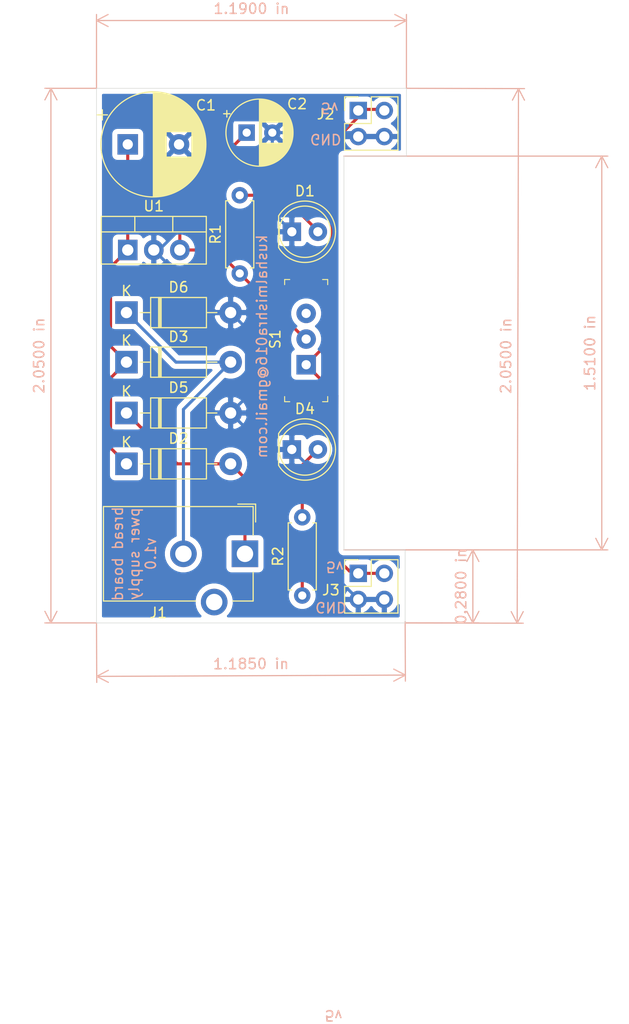
<source format=kicad_pcb>
(kicad_pcb (version 20171130) (host pcbnew "(5.1.9)-1")

  (general
    (thickness 1.6)
    (drawings 24)
    (tracks 64)
    (zones 0)
    (modules 15)
    (nets 11)
  )

  (page A4)
  (title_block
    (title "breadboard power supply")
    (date 2021-04-12)
    (rev v1)
    (company "student version")
    (comment 1 "kushal mishra")
  )

  (layers
    (0 F.Cu signal)
    (31 B.Cu signal)
    (32 B.Adhes user)
    (33 F.Adhes user)
    (34 B.Paste user)
    (35 F.Paste user)
    (36 B.SilkS user)
    (37 F.SilkS user)
    (38 B.Mask user)
    (39 F.Mask user)
    (40 Dwgs.User user)
    (41 Cmts.User user)
    (42 Eco1.User user)
    (43 Eco2.User user)
    (44 Edge.Cuts user)
    (45 Margin user)
    (46 B.CrtYd user)
    (47 F.CrtYd user)
    (48 B.Fab user)
    (49 F.Fab user)
  )

  (setup
    (last_trace_width 0.25)
    (user_trace_width 0.3)
    (trace_clearance 0.2)
    (zone_clearance 0.508)
    (zone_45_only no)
    (trace_min 0.2)
    (via_size 0.8)
    (via_drill 0.4)
    (via_min_size 0.4)
    (via_min_drill 0.3)
    (user_via 1 0.6)
    (blind_buried_vias_allowed yes)
    (uvia_size 0.3)
    (uvia_drill 0.1)
    (uvias_allowed yes)
    (uvia_min_size 0.2)
    (uvia_min_drill 0.1)
    (edge_width 0.05)
    (segment_width 0.2)
    (pcb_text_width 0.3)
    (pcb_text_size 1.5 1.5)
    (mod_edge_width 0.12)
    (mod_text_size 1 1)
    (mod_text_width 0.15)
    (pad_size 1.7 1.7)
    (pad_drill 1)
    (pad_to_mask_clearance 0)
    (aux_axis_origin 0 0)
    (visible_elements 7FFFFFFF)
    (pcbplotparams
      (layerselection 0x010fc_ffffffff)
      (usegerberextensions true)
      (usegerberattributes true)
      (usegerberadvancedattributes true)
      (creategerberjobfile false)
      (excludeedgelayer true)
      (linewidth 0.100000)
      (plotframeref false)
      (viasonmask false)
      (mode 1)
      (useauxorigin false)
      (hpglpennumber 1)
      (hpglpenspeed 20)
      (hpglpendiameter 15.000000)
      (psnegative false)
      (psa4output false)
      (plotreference true)
      (plotvalue true)
      (plotinvisibletext false)
      (padsonsilk false)
      (subtractmaskfromsilk false)
      (outputformat 1)
      (mirror false)
      (drillshape 0)
      (scaleselection 1)
      (outputdirectory "gerbers/"))
  )

  (net 0 "")
  (net 1 /vin)
  (net 2 /v-)
  (net 3 /Vout1)
  (net 4 "Net-(D1-Pad2)")
  (net 5 "Net-(D2-Pad2)")
  (net 6 "Net-(D3-Pad2)")
  (net 7 "Net-(D4-Pad2)")
  (net 8 "Net-(J1-Pad3)")
  (net 9 /Vout2)
  (net 10 "Net-(S1-Pad3)")

  (net_class Default "This is the default net class."
    (clearance 0.2)
    (trace_width 0.25)
    (via_dia 0.8)
    (via_drill 0.4)
    (uvia_dia 0.3)
    (uvia_drill 0.1)
    (add_net "Net-(D1-Pad2)")
    (add_net "Net-(D2-Pad2)")
    (add_net "Net-(D3-Pad2)")
    (add_net "Net-(D4-Pad2)")
    (add_net "Net-(J1-Pad3)")
    (add_net "Net-(S1-Pad3)")
  )

  (net_class power ""
    (clearance 0.3)
    (trace_width 0.3)
    (via_dia 1)
    (via_drill 0.5)
    (uvia_dia 0.3)
    (uvia_drill 0.1)
    (add_net /Vout1)
    (add_net /Vout2)
    (add_net /v-)
    (add_net /vin)
  )

  (module Capacitor_THT:CP_Radial_D10.0mm_P5.00mm (layer F.Cu) (tedit 5AE50EF1) (tstamp 607545C0)
    (at 66.167 44.069)
    (descr "CP, Radial series, Radial, pin pitch=5.00mm, , diameter=10mm, Electrolytic Capacitor")
    (tags "CP Radial series Radial pin pitch 5.00mm  diameter 10mm Electrolytic Capacitor")
    (path /60752785)
    (fp_text reference C1 (at 7.62 -3.81) (layer F.SilkS)
      (effects (font (size 1 1) (thickness 0.15)))
    )
    (fp_text value 47uf (at 2.5 6.25) (layer F.Fab)
      (effects (font (size 1 1) (thickness 0.15)))
    )
    (fp_line (start -2.479646 -3.375) (end -2.479646 -2.375) (layer F.SilkS) (width 0.12))
    (fp_line (start -2.979646 -2.875) (end -1.979646 -2.875) (layer F.SilkS) (width 0.12))
    (fp_line (start 7.581 -0.599) (end 7.581 0.599) (layer F.SilkS) (width 0.12))
    (fp_line (start 7.541 -0.862) (end 7.541 0.862) (layer F.SilkS) (width 0.12))
    (fp_line (start 7.501 -1.062) (end 7.501 1.062) (layer F.SilkS) (width 0.12))
    (fp_line (start 7.461 -1.23) (end 7.461 1.23) (layer F.SilkS) (width 0.12))
    (fp_line (start 7.421 -1.378) (end 7.421 1.378) (layer F.SilkS) (width 0.12))
    (fp_line (start 7.381 -1.51) (end 7.381 1.51) (layer F.SilkS) (width 0.12))
    (fp_line (start 7.341 -1.63) (end 7.341 1.63) (layer F.SilkS) (width 0.12))
    (fp_line (start 7.301 -1.742) (end 7.301 1.742) (layer F.SilkS) (width 0.12))
    (fp_line (start 7.261 -1.846) (end 7.261 1.846) (layer F.SilkS) (width 0.12))
    (fp_line (start 7.221 -1.944) (end 7.221 1.944) (layer F.SilkS) (width 0.12))
    (fp_line (start 7.181 -2.037) (end 7.181 2.037) (layer F.SilkS) (width 0.12))
    (fp_line (start 7.141 -2.125) (end 7.141 2.125) (layer F.SilkS) (width 0.12))
    (fp_line (start 7.101 -2.209) (end 7.101 2.209) (layer F.SilkS) (width 0.12))
    (fp_line (start 7.061 -2.289) (end 7.061 2.289) (layer F.SilkS) (width 0.12))
    (fp_line (start 7.021 -2.365) (end 7.021 2.365) (layer F.SilkS) (width 0.12))
    (fp_line (start 6.981 -2.439) (end 6.981 2.439) (layer F.SilkS) (width 0.12))
    (fp_line (start 6.941 -2.51) (end 6.941 2.51) (layer F.SilkS) (width 0.12))
    (fp_line (start 6.901 -2.579) (end 6.901 2.579) (layer F.SilkS) (width 0.12))
    (fp_line (start 6.861 -2.645) (end 6.861 2.645) (layer F.SilkS) (width 0.12))
    (fp_line (start 6.821 -2.709) (end 6.821 2.709) (layer F.SilkS) (width 0.12))
    (fp_line (start 6.781 -2.77) (end 6.781 2.77) (layer F.SilkS) (width 0.12))
    (fp_line (start 6.741 -2.83) (end 6.741 2.83) (layer F.SilkS) (width 0.12))
    (fp_line (start 6.701 -2.889) (end 6.701 2.889) (layer F.SilkS) (width 0.12))
    (fp_line (start 6.661 -2.945) (end 6.661 2.945) (layer F.SilkS) (width 0.12))
    (fp_line (start 6.621 -3) (end 6.621 3) (layer F.SilkS) (width 0.12))
    (fp_line (start 6.581 -3.054) (end 6.581 3.054) (layer F.SilkS) (width 0.12))
    (fp_line (start 6.541 -3.106) (end 6.541 3.106) (layer F.SilkS) (width 0.12))
    (fp_line (start 6.501 -3.156) (end 6.501 3.156) (layer F.SilkS) (width 0.12))
    (fp_line (start 6.461 -3.206) (end 6.461 3.206) (layer F.SilkS) (width 0.12))
    (fp_line (start 6.421 -3.254) (end 6.421 3.254) (layer F.SilkS) (width 0.12))
    (fp_line (start 6.381 -3.301) (end 6.381 3.301) (layer F.SilkS) (width 0.12))
    (fp_line (start 6.341 -3.347) (end 6.341 3.347) (layer F.SilkS) (width 0.12))
    (fp_line (start 6.301 -3.392) (end 6.301 3.392) (layer F.SilkS) (width 0.12))
    (fp_line (start 6.261 -3.436) (end 6.261 3.436) (layer F.SilkS) (width 0.12))
    (fp_line (start 6.221 1.241) (end 6.221 3.478) (layer F.SilkS) (width 0.12))
    (fp_line (start 6.221 -3.478) (end 6.221 -1.241) (layer F.SilkS) (width 0.12))
    (fp_line (start 6.181 1.241) (end 6.181 3.52) (layer F.SilkS) (width 0.12))
    (fp_line (start 6.181 -3.52) (end 6.181 -1.241) (layer F.SilkS) (width 0.12))
    (fp_line (start 6.141 1.241) (end 6.141 3.561) (layer F.SilkS) (width 0.12))
    (fp_line (start 6.141 -3.561) (end 6.141 -1.241) (layer F.SilkS) (width 0.12))
    (fp_line (start 6.101 1.241) (end 6.101 3.601) (layer F.SilkS) (width 0.12))
    (fp_line (start 6.101 -3.601) (end 6.101 -1.241) (layer F.SilkS) (width 0.12))
    (fp_line (start 6.061 1.241) (end 6.061 3.64) (layer F.SilkS) (width 0.12))
    (fp_line (start 6.061 -3.64) (end 6.061 -1.241) (layer F.SilkS) (width 0.12))
    (fp_line (start 6.021 1.241) (end 6.021 3.679) (layer F.SilkS) (width 0.12))
    (fp_line (start 6.021 -3.679) (end 6.021 -1.241) (layer F.SilkS) (width 0.12))
    (fp_line (start 5.981 1.241) (end 5.981 3.716) (layer F.SilkS) (width 0.12))
    (fp_line (start 5.981 -3.716) (end 5.981 -1.241) (layer F.SilkS) (width 0.12))
    (fp_line (start 5.941 1.241) (end 5.941 3.753) (layer F.SilkS) (width 0.12))
    (fp_line (start 5.941 -3.753) (end 5.941 -1.241) (layer F.SilkS) (width 0.12))
    (fp_line (start 5.901 1.241) (end 5.901 3.789) (layer F.SilkS) (width 0.12))
    (fp_line (start 5.901 -3.789) (end 5.901 -1.241) (layer F.SilkS) (width 0.12))
    (fp_line (start 5.861 1.241) (end 5.861 3.824) (layer F.SilkS) (width 0.12))
    (fp_line (start 5.861 -3.824) (end 5.861 -1.241) (layer F.SilkS) (width 0.12))
    (fp_line (start 5.821 1.241) (end 5.821 3.858) (layer F.SilkS) (width 0.12))
    (fp_line (start 5.821 -3.858) (end 5.821 -1.241) (layer F.SilkS) (width 0.12))
    (fp_line (start 5.781 1.241) (end 5.781 3.892) (layer F.SilkS) (width 0.12))
    (fp_line (start 5.781 -3.892) (end 5.781 -1.241) (layer F.SilkS) (width 0.12))
    (fp_line (start 5.741 1.241) (end 5.741 3.925) (layer F.SilkS) (width 0.12))
    (fp_line (start 5.741 -3.925) (end 5.741 -1.241) (layer F.SilkS) (width 0.12))
    (fp_line (start 5.701 1.241) (end 5.701 3.957) (layer F.SilkS) (width 0.12))
    (fp_line (start 5.701 -3.957) (end 5.701 -1.241) (layer F.SilkS) (width 0.12))
    (fp_line (start 5.661 1.241) (end 5.661 3.989) (layer F.SilkS) (width 0.12))
    (fp_line (start 5.661 -3.989) (end 5.661 -1.241) (layer F.SilkS) (width 0.12))
    (fp_line (start 5.621 1.241) (end 5.621 4.02) (layer F.SilkS) (width 0.12))
    (fp_line (start 5.621 -4.02) (end 5.621 -1.241) (layer F.SilkS) (width 0.12))
    (fp_line (start 5.581 1.241) (end 5.581 4.05) (layer F.SilkS) (width 0.12))
    (fp_line (start 5.581 -4.05) (end 5.581 -1.241) (layer F.SilkS) (width 0.12))
    (fp_line (start 5.541 1.241) (end 5.541 4.08) (layer F.SilkS) (width 0.12))
    (fp_line (start 5.541 -4.08) (end 5.541 -1.241) (layer F.SilkS) (width 0.12))
    (fp_line (start 5.501 1.241) (end 5.501 4.11) (layer F.SilkS) (width 0.12))
    (fp_line (start 5.501 -4.11) (end 5.501 -1.241) (layer F.SilkS) (width 0.12))
    (fp_line (start 5.461 1.241) (end 5.461 4.138) (layer F.SilkS) (width 0.12))
    (fp_line (start 5.461 -4.138) (end 5.461 -1.241) (layer F.SilkS) (width 0.12))
    (fp_line (start 5.421 1.241) (end 5.421 4.166) (layer F.SilkS) (width 0.12))
    (fp_line (start 5.421 -4.166) (end 5.421 -1.241) (layer F.SilkS) (width 0.12))
    (fp_line (start 5.381 1.241) (end 5.381 4.194) (layer F.SilkS) (width 0.12))
    (fp_line (start 5.381 -4.194) (end 5.381 -1.241) (layer F.SilkS) (width 0.12))
    (fp_line (start 5.341 1.241) (end 5.341 4.221) (layer F.SilkS) (width 0.12))
    (fp_line (start 5.341 -4.221) (end 5.341 -1.241) (layer F.SilkS) (width 0.12))
    (fp_line (start 5.301 1.241) (end 5.301 4.247) (layer F.SilkS) (width 0.12))
    (fp_line (start 5.301 -4.247) (end 5.301 -1.241) (layer F.SilkS) (width 0.12))
    (fp_line (start 5.261 1.241) (end 5.261 4.273) (layer F.SilkS) (width 0.12))
    (fp_line (start 5.261 -4.273) (end 5.261 -1.241) (layer F.SilkS) (width 0.12))
    (fp_line (start 5.221 1.241) (end 5.221 4.298) (layer F.SilkS) (width 0.12))
    (fp_line (start 5.221 -4.298) (end 5.221 -1.241) (layer F.SilkS) (width 0.12))
    (fp_line (start 5.181 1.241) (end 5.181 4.323) (layer F.SilkS) (width 0.12))
    (fp_line (start 5.181 -4.323) (end 5.181 -1.241) (layer F.SilkS) (width 0.12))
    (fp_line (start 5.141 1.241) (end 5.141 4.347) (layer F.SilkS) (width 0.12))
    (fp_line (start 5.141 -4.347) (end 5.141 -1.241) (layer F.SilkS) (width 0.12))
    (fp_line (start 5.101 1.241) (end 5.101 4.371) (layer F.SilkS) (width 0.12))
    (fp_line (start 5.101 -4.371) (end 5.101 -1.241) (layer F.SilkS) (width 0.12))
    (fp_line (start 5.061 1.241) (end 5.061 4.395) (layer F.SilkS) (width 0.12))
    (fp_line (start 5.061 -4.395) (end 5.061 -1.241) (layer F.SilkS) (width 0.12))
    (fp_line (start 5.021 1.241) (end 5.021 4.417) (layer F.SilkS) (width 0.12))
    (fp_line (start 5.021 -4.417) (end 5.021 -1.241) (layer F.SilkS) (width 0.12))
    (fp_line (start 4.981 1.241) (end 4.981 4.44) (layer F.SilkS) (width 0.12))
    (fp_line (start 4.981 -4.44) (end 4.981 -1.241) (layer F.SilkS) (width 0.12))
    (fp_line (start 4.941 1.241) (end 4.941 4.462) (layer F.SilkS) (width 0.12))
    (fp_line (start 4.941 -4.462) (end 4.941 -1.241) (layer F.SilkS) (width 0.12))
    (fp_line (start 4.901 1.241) (end 4.901 4.483) (layer F.SilkS) (width 0.12))
    (fp_line (start 4.901 -4.483) (end 4.901 -1.241) (layer F.SilkS) (width 0.12))
    (fp_line (start 4.861 1.241) (end 4.861 4.504) (layer F.SilkS) (width 0.12))
    (fp_line (start 4.861 -4.504) (end 4.861 -1.241) (layer F.SilkS) (width 0.12))
    (fp_line (start 4.821 1.241) (end 4.821 4.525) (layer F.SilkS) (width 0.12))
    (fp_line (start 4.821 -4.525) (end 4.821 -1.241) (layer F.SilkS) (width 0.12))
    (fp_line (start 4.781 1.241) (end 4.781 4.545) (layer F.SilkS) (width 0.12))
    (fp_line (start 4.781 -4.545) (end 4.781 -1.241) (layer F.SilkS) (width 0.12))
    (fp_line (start 4.741 1.241) (end 4.741 4.564) (layer F.SilkS) (width 0.12))
    (fp_line (start 4.741 -4.564) (end 4.741 -1.241) (layer F.SilkS) (width 0.12))
    (fp_line (start 4.701 1.241) (end 4.701 4.584) (layer F.SilkS) (width 0.12))
    (fp_line (start 4.701 -4.584) (end 4.701 -1.241) (layer F.SilkS) (width 0.12))
    (fp_line (start 4.661 1.241) (end 4.661 4.603) (layer F.SilkS) (width 0.12))
    (fp_line (start 4.661 -4.603) (end 4.661 -1.241) (layer F.SilkS) (width 0.12))
    (fp_line (start 4.621 1.241) (end 4.621 4.621) (layer F.SilkS) (width 0.12))
    (fp_line (start 4.621 -4.621) (end 4.621 -1.241) (layer F.SilkS) (width 0.12))
    (fp_line (start 4.581 1.241) (end 4.581 4.639) (layer F.SilkS) (width 0.12))
    (fp_line (start 4.581 -4.639) (end 4.581 -1.241) (layer F.SilkS) (width 0.12))
    (fp_line (start 4.541 1.241) (end 4.541 4.657) (layer F.SilkS) (width 0.12))
    (fp_line (start 4.541 -4.657) (end 4.541 -1.241) (layer F.SilkS) (width 0.12))
    (fp_line (start 4.501 1.241) (end 4.501 4.674) (layer F.SilkS) (width 0.12))
    (fp_line (start 4.501 -4.674) (end 4.501 -1.241) (layer F.SilkS) (width 0.12))
    (fp_line (start 4.461 1.241) (end 4.461 4.69) (layer F.SilkS) (width 0.12))
    (fp_line (start 4.461 -4.69) (end 4.461 -1.241) (layer F.SilkS) (width 0.12))
    (fp_line (start 4.421 1.241) (end 4.421 4.707) (layer F.SilkS) (width 0.12))
    (fp_line (start 4.421 -4.707) (end 4.421 -1.241) (layer F.SilkS) (width 0.12))
    (fp_line (start 4.381 1.241) (end 4.381 4.723) (layer F.SilkS) (width 0.12))
    (fp_line (start 4.381 -4.723) (end 4.381 -1.241) (layer F.SilkS) (width 0.12))
    (fp_line (start 4.341 1.241) (end 4.341 4.738) (layer F.SilkS) (width 0.12))
    (fp_line (start 4.341 -4.738) (end 4.341 -1.241) (layer F.SilkS) (width 0.12))
    (fp_line (start 4.301 1.241) (end 4.301 4.754) (layer F.SilkS) (width 0.12))
    (fp_line (start 4.301 -4.754) (end 4.301 -1.241) (layer F.SilkS) (width 0.12))
    (fp_line (start 4.261 1.241) (end 4.261 4.768) (layer F.SilkS) (width 0.12))
    (fp_line (start 4.261 -4.768) (end 4.261 -1.241) (layer F.SilkS) (width 0.12))
    (fp_line (start 4.221 1.241) (end 4.221 4.783) (layer F.SilkS) (width 0.12))
    (fp_line (start 4.221 -4.783) (end 4.221 -1.241) (layer F.SilkS) (width 0.12))
    (fp_line (start 4.181 1.241) (end 4.181 4.797) (layer F.SilkS) (width 0.12))
    (fp_line (start 4.181 -4.797) (end 4.181 -1.241) (layer F.SilkS) (width 0.12))
    (fp_line (start 4.141 1.241) (end 4.141 4.811) (layer F.SilkS) (width 0.12))
    (fp_line (start 4.141 -4.811) (end 4.141 -1.241) (layer F.SilkS) (width 0.12))
    (fp_line (start 4.101 1.241) (end 4.101 4.824) (layer F.SilkS) (width 0.12))
    (fp_line (start 4.101 -4.824) (end 4.101 -1.241) (layer F.SilkS) (width 0.12))
    (fp_line (start 4.061 1.241) (end 4.061 4.837) (layer F.SilkS) (width 0.12))
    (fp_line (start 4.061 -4.837) (end 4.061 -1.241) (layer F.SilkS) (width 0.12))
    (fp_line (start 4.021 1.241) (end 4.021 4.85) (layer F.SilkS) (width 0.12))
    (fp_line (start 4.021 -4.85) (end 4.021 -1.241) (layer F.SilkS) (width 0.12))
    (fp_line (start 3.981 1.241) (end 3.981 4.862) (layer F.SilkS) (width 0.12))
    (fp_line (start 3.981 -4.862) (end 3.981 -1.241) (layer F.SilkS) (width 0.12))
    (fp_line (start 3.941 1.241) (end 3.941 4.874) (layer F.SilkS) (width 0.12))
    (fp_line (start 3.941 -4.874) (end 3.941 -1.241) (layer F.SilkS) (width 0.12))
    (fp_line (start 3.901 1.241) (end 3.901 4.885) (layer F.SilkS) (width 0.12))
    (fp_line (start 3.901 -4.885) (end 3.901 -1.241) (layer F.SilkS) (width 0.12))
    (fp_line (start 3.861 1.241) (end 3.861 4.897) (layer F.SilkS) (width 0.12))
    (fp_line (start 3.861 -4.897) (end 3.861 -1.241) (layer F.SilkS) (width 0.12))
    (fp_line (start 3.821 1.241) (end 3.821 4.907) (layer F.SilkS) (width 0.12))
    (fp_line (start 3.821 -4.907) (end 3.821 -1.241) (layer F.SilkS) (width 0.12))
    (fp_line (start 3.781 1.241) (end 3.781 4.918) (layer F.SilkS) (width 0.12))
    (fp_line (start 3.781 -4.918) (end 3.781 -1.241) (layer F.SilkS) (width 0.12))
    (fp_line (start 3.741 -4.928) (end 3.741 4.928) (layer F.SilkS) (width 0.12))
    (fp_line (start 3.701 -4.938) (end 3.701 4.938) (layer F.SilkS) (width 0.12))
    (fp_line (start 3.661 -4.947) (end 3.661 4.947) (layer F.SilkS) (width 0.12))
    (fp_line (start 3.621 -4.956) (end 3.621 4.956) (layer F.SilkS) (width 0.12))
    (fp_line (start 3.581 -4.965) (end 3.581 4.965) (layer F.SilkS) (width 0.12))
    (fp_line (start 3.541 -4.974) (end 3.541 4.974) (layer F.SilkS) (width 0.12))
    (fp_line (start 3.501 -4.982) (end 3.501 4.982) (layer F.SilkS) (width 0.12))
    (fp_line (start 3.461 -4.99) (end 3.461 4.99) (layer F.SilkS) (width 0.12))
    (fp_line (start 3.421 -4.997) (end 3.421 4.997) (layer F.SilkS) (width 0.12))
    (fp_line (start 3.381 -5.004) (end 3.381 5.004) (layer F.SilkS) (width 0.12))
    (fp_line (start 3.341 -5.011) (end 3.341 5.011) (layer F.SilkS) (width 0.12))
    (fp_line (start 3.301 -5.018) (end 3.301 5.018) (layer F.SilkS) (width 0.12))
    (fp_line (start 3.261 -5.024) (end 3.261 5.024) (layer F.SilkS) (width 0.12))
    (fp_line (start 3.221 -5.03) (end 3.221 5.03) (layer F.SilkS) (width 0.12))
    (fp_line (start 3.18 -5.035) (end 3.18 5.035) (layer F.SilkS) (width 0.12))
    (fp_line (start 3.14 -5.04) (end 3.14 5.04) (layer F.SilkS) (width 0.12))
    (fp_line (start 3.1 -5.045) (end 3.1 5.045) (layer F.SilkS) (width 0.12))
    (fp_line (start 3.06 -5.05) (end 3.06 5.05) (layer F.SilkS) (width 0.12))
    (fp_line (start 3.02 -5.054) (end 3.02 5.054) (layer F.SilkS) (width 0.12))
    (fp_line (start 2.98 -5.058) (end 2.98 5.058) (layer F.SilkS) (width 0.12))
    (fp_line (start 2.94 -5.062) (end 2.94 5.062) (layer F.SilkS) (width 0.12))
    (fp_line (start 2.9 -5.065) (end 2.9 5.065) (layer F.SilkS) (width 0.12))
    (fp_line (start 2.86 -5.068) (end 2.86 5.068) (layer F.SilkS) (width 0.12))
    (fp_line (start 2.82 -5.07) (end 2.82 5.07) (layer F.SilkS) (width 0.12))
    (fp_line (start 2.78 -5.073) (end 2.78 5.073) (layer F.SilkS) (width 0.12))
    (fp_line (start 2.74 -5.075) (end 2.74 5.075) (layer F.SilkS) (width 0.12))
    (fp_line (start 2.7 -5.077) (end 2.7 5.077) (layer F.SilkS) (width 0.12))
    (fp_line (start 2.66 -5.078) (end 2.66 5.078) (layer F.SilkS) (width 0.12))
    (fp_line (start 2.62 -5.079) (end 2.62 5.079) (layer F.SilkS) (width 0.12))
    (fp_line (start 2.58 -5.08) (end 2.58 5.08) (layer F.SilkS) (width 0.12))
    (fp_line (start 2.54 -5.08) (end 2.54 5.08) (layer F.SilkS) (width 0.12))
    (fp_line (start 2.5 -5.08) (end 2.5 5.08) (layer F.SilkS) (width 0.12))
    (fp_line (start -1.288861 -2.6875) (end -1.288861 -1.6875) (layer F.Fab) (width 0.1))
    (fp_line (start -1.788861 -2.1875) (end -0.788861 -2.1875) (layer F.Fab) (width 0.1))
    (fp_circle (center 2.5 0) (end 7.75 0) (layer F.CrtYd) (width 0.05))
    (fp_circle (center 2.5 0) (end 7.62 0) (layer F.SilkS) (width 0.12))
    (fp_circle (center 2.5 0) (end 7.5 0) (layer F.Fab) (width 0.1))
    (fp_text user %R (at 2.5 0) (layer F.Fab)
      (effects (font (size 1 1) (thickness 0.15)))
    )
    (pad 1 thru_hole rect (at 0 0) (size 2 2) (drill 1) (layers *.Cu *.Mask)
      (net 1 /vin))
    (pad 2 thru_hole circle (at 5 0) (size 2 2) (drill 1) (layers *.Cu *.Mask)
      (net 2 /v-))
    (model ${KISYS3DMOD}/Capacitor_THT.3dshapes/CP_Radial_D10.0mm_P5.00mm.wrl
      (at (xyz 0 0 0))
      (scale (xyz 1 1 1))
      (rotate (xyz 0 0 0))
    )
  )

  (module Capacitor_THT:CP_Radial_D6.3mm_P2.50mm (layer F.Cu) (tedit 5AE50EF0) (tstamp 60754654)
    (at 77.764 42.926)
    (descr "CP, Radial series, Radial, pin pitch=2.50mm, , diameter=6.3mm, Electrolytic Capacitor")
    (tags "CP Radial series Radial pin pitch 2.50mm  diameter 6.3mm Electrolytic Capacitor")
    (path /6074105F)
    (fp_text reference C2 (at 4.913 -2.794) (layer F.SilkS)
      (effects (font (size 1 1) (thickness 0.15)))
    )
    (fp_text value " 470 uF" (at 1.25 4.4) (layer F.Fab)
      (effects (font (size 1 1) (thickness 0.15)))
    )
    (fp_line (start -1.935241 -2.154) (end -1.935241 -1.524) (layer F.SilkS) (width 0.12))
    (fp_line (start -2.250241 -1.839) (end -1.620241 -1.839) (layer F.SilkS) (width 0.12))
    (fp_line (start 4.491 -0.402) (end 4.491 0.402) (layer F.SilkS) (width 0.12))
    (fp_line (start 4.451 -0.633) (end 4.451 0.633) (layer F.SilkS) (width 0.12))
    (fp_line (start 4.411 -0.802) (end 4.411 0.802) (layer F.SilkS) (width 0.12))
    (fp_line (start 4.371 -0.94) (end 4.371 0.94) (layer F.SilkS) (width 0.12))
    (fp_line (start 4.331 -1.059) (end 4.331 1.059) (layer F.SilkS) (width 0.12))
    (fp_line (start 4.291 -1.165) (end 4.291 1.165) (layer F.SilkS) (width 0.12))
    (fp_line (start 4.251 -1.262) (end 4.251 1.262) (layer F.SilkS) (width 0.12))
    (fp_line (start 4.211 -1.35) (end 4.211 1.35) (layer F.SilkS) (width 0.12))
    (fp_line (start 4.171 -1.432) (end 4.171 1.432) (layer F.SilkS) (width 0.12))
    (fp_line (start 4.131 -1.509) (end 4.131 1.509) (layer F.SilkS) (width 0.12))
    (fp_line (start 4.091 -1.581) (end 4.091 1.581) (layer F.SilkS) (width 0.12))
    (fp_line (start 4.051 -1.65) (end 4.051 1.65) (layer F.SilkS) (width 0.12))
    (fp_line (start 4.011 -1.714) (end 4.011 1.714) (layer F.SilkS) (width 0.12))
    (fp_line (start 3.971 -1.776) (end 3.971 1.776) (layer F.SilkS) (width 0.12))
    (fp_line (start 3.931 -1.834) (end 3.931 1.834) (layer F.SilkS) (width 0.12))
    (fp_line (start 3.891 -1.89) (end 3.891 1.89) (layer F.SilkS) (width 0.12))
    (fp_line (start 3.851 -1.944) (end 3.851 1.944) (layer F.SilkS) (width 0.12))
    (fp_line (start 3.811 -1.995) (end 3.811 1.995) (layer F.SilkS) (width 0.12))
    (fp_line (start 3.771 -2.044) (end 3.771 2.044) (layer F.SilkS) (width 0.12))
    (fp_line (start 3.731 -2.092) (end 3.731 2.092) (layer F.SilkS) (width 0.12))
    (fp_line (start 3.691 -2.137) (end 3.691 2.137) (layer F.SilkS) (width 0.12))
    (fp_line (start 3.651 -2.182) (end 3.651 2.182) (layer F.SilkS) (width 0.12))
    (fp_line (start 3.611 -2.224) (end 3.611 2.224) (layer F.SilkS) (width 0.12))
    (fp_line (start 3.571 -2.265) (end 3.571 2.265) (layer F.SilkS) (width 0.12))
    (fp_line (start 3.531 1.04) (end 3.531 2.305) (layer F.SilkS) (width 0.12))
    (fp_line (start 3.531 -2.305) (end 3.531 -1.04) (layer F.SilkS) (width 0.12))
    (fp_line (start 3.491 1.04) (end 3.491 2.343) (layer F.SilkS) (width 0.12))
    (fp_line (start 3.491 -2.343) (end 3.491 -1.04) (layer F.SilkS) (width 0.12))
    (fp_line (start 3.451 1.04) (end 3.451 2.38) (layer F.SilkS) (width 0.12))
    (fp_line (start 3.451 -2.38) (end 3.451 -1.04) (layer F.SilkS) (width 0.12))
    (fp_line (start 3.411 1.04) (end 3.411 2.416) (layer F.SilkS) (width 0.12))
    (fp_line (start 3.411 -2.416) (end 3.411 -1.04) (layer F.SilkS) (width 0.12))
    (fp_line (start 3.371 1.04) (end 3.371 2.45) (layer F.SilkS) (width 0.12))
    (fp_line (start 3.371 -2.45) (end 3.371 -1.04) (layer F.SilkS) (width 0.12))
    (fp_line (start 3.331 1.04) (end 3.331 2.484) (layer F.SilkS) (width 0.12))
    (fp_line (start 3.331 -2.484) (end 3.331 -1.04) (layer F.SilkS) (width 0.12))
    (fp_line (start 3.291 1.04) (end 3.291 2.516) (layer F.SilkS) (width 0.12))
    (fp_line (start 3.291 -2.516) (end 3.291 -1.04) (layer F.SilkS) (width 0.12))
    (fp_line (start 3.251 1.04) (end 3.251 2.548) (layer F.SilkS) (width 0.12))
    (fp_line (start 3.251 -2.548) (end 3.251 -1.04) (layer F.SilkS) (width 0.12))
    (fp_line (start 3.211 1.04) (end 3.211 2.578) (layer F.SilkS) (width 0.12))
    (fp_line (start 3.211 -2.578) (end 3.211 -1.04) (layer F.SilkS) (width 0.12))
    (fp_line (start 3.171 1.04) (end 3.171 2.607) (layer F.SilkS) (width 0.12))
    (fp_line (start 3.171 -2.607) (end 3.171 -1.04) (layer F.SilkS) (width 0.12))
    (fp_line (start 3.131 1.04) (end 3.131 2.636) (layer F.SilkS) (width 0.12))
    (fp_line (start 3.131 -2.636) (end 3.131 -1.04) (layer F.SilkS) (width 0.12))
    (fp_line (start 3.091 1.04) (end 3.091 2.664) (layer F.SilkS) (width 0.12))
    (fp_line (start 3.091 -2.664) (end 3.091 -1.04) (layer F.SilkS) (width 0.12))
    (fp_line (start 3.051 1.04) (end 3.051 2.69) (layer F.SilkS) (width 0.12))
    (fp_line (start 3.051 -2.69) (end 3.051 -1.04) (layer F.SilkS) (width 0.12))
    (fp_line (start 3.011 1.04) (end 3.011 2.716) (layer F.SilkS) (width 0.12))
    (fp_line (start 3.011 -2.716) (end 3.011 -1.04) (layer F.SilkS) (width 0.12))
    (fp_line (start 2.971 1.04) (end 2.971 2.742) (layer F.SilkS) (width 0.12))
    (fp_line (start 2.971 -2.742) (end 2.971 -1.04) (layer F.SilkS) (width 0.12))
    (fp_line (start 2.931 1.04) (end 2.931 2.766) (layer F.SilkS) (width 0.12))
    (fp_line (start 2.931 -2.766) (end 2.931 -1.04) (layer F.SilkS) (width 0.12))
    (fp_line (start 2.891 1.04) (end 2.891 2.79) (layer F.SilkS) (width 0.12))
    (fp_line (start 2.891 -2.79) (end 2.891 -1.04) (layer F.SilkS) (width 0.12))
    (fp_line (start 2.851 1.04) (end 2.851 2.812) (layer F.SilkS) (width 0.12))
    (fp_line (start 2.851 -2.812) (end 2.851 -1.04) (layer F.SilkS) (width 0.12))
    (fp_line (start 2.811 1.04) (end 2.811 2.834) (layer F.SilkS) (width 0.12))
    (fp_line (start 2.811 -2.834) (end 2.811 -1.04) (layer F.SilkS) (width 0.12))
    (fp_line (start 2.771 1.04) (end 2.771 2.856) (layer F.SilkS) (width 0.12))
    (fp_line (start 2.771 -2.856) (end 2.771 -1.04) (layer F.SilkS) (width 0.12))
    (fp_line (start 2.731 1.04) (end 2.731 2.876) (layer F.SilkS) (width 0.12))
    (fp_line (start 2.731 -2.876) (end 2.731 -1.04) (layer F.SilkS) (width 0.12))
    (fp_line (start 2.691 1.04) (end 2.691 2.896) (layer F.SilkS) (width 0.12))
    (fp_line (start 2.691 -2.896) (end 2.691 -1.04) (layer F.SilkS) (width 0.12))
    (fp_line (start 2.651 1.04) (end 2.651 2.916) (layer F.SilkS) (width 0.12))
    (fp_line (start 2.651 -2.916) (end 2.651 -1.04) (layer F.SilkS) (width 0.12))
    (fp_line (start 2.611 1.04) (end 2.611 2.934) (layer F.SilkS) (width 0.12))
    (fp_line (start 2.611 -2.934) (end 2.611 -1.04) (layer F.SilkS) (width 0.12))
    (fp_line (start 2.571 1.04) (end 2.571 2.952) (layer F.SilkS) (width 0.12))
    (fp_line (start 2.571 -2.952) (end 2.571 -1.04) (layer F.SilkS) (width 0.12))
    (fp_line (start 2.531 1.04) (end 2.531 2.97) (layer F.SilkS) (width 0.12))
    (fp_line (start 2.531 -2.97) (end 2.531 -1.04) (layer F.SilkS) (width 0.12))
    (fp_line (start 2.491 1.04) (end 2.491 2.986) (layer F.SilkS) (width 0.12))
    (fp_line (start 2.491 -2.986) (end 2.491 -1.04) (layer F.SilkS) (width 0.12))
    (fp_line (start 2.451 1.04) (end 2.451 3.002) (layer F.SilkS) (width 0.12))
    (fp_line (start 2.451 -3.002) (end 2.451 -1.04) (layer F.SilkS) (width 0.12))
    (fp_line (start 2.411 1.04) (end 2.411 3.018) (layer F.SilkS) (width 0.12))
    (fp_line (start 2.411 -3.018) (end 2.411 -1.04) (layer F.SilkS) (width 0.12))
    (fp_line (start 2.371 1.04) (end 2.371 3.033) (layer F.SilkS) (width 0.12))
    (fp_line (start 2.371 -3.033) (end 2.371 -1.04) (layer F.SilkS) (width 0.12))
    (fp_line (start 2.331 1.04) (end 2.331 3.047) (layer F.SilkS) (width 0.12))
    (fp_line (start 2.331 -3.047) (end 2.331 -1.04) (layer F.SilkS) (width 0.12))
    (fp_line (start 2.291 1.04) (end 2.291 3.061) (layer F.SilkS) (width 0.12))
    (fp_line (start 2.291 -3.061) (end 2.291 -1.04) (layer F.SilkS) (width 0.12))
    (fp_line (start 2.251 1.04) (end 2.251 3.074) (layer F.SilkS) (width 0.12))
    (fp_line (start 2.251 -3.074) (end 2.251 -1.04) (layer F.SilkS) (width 0.12))
    (fp_line (start 2.211 1.04) (end 2.211 3.086) (layer F.SilkS) (width 0.12))
    (fp_line (start 2.211 -3.086) (end 2.211 -1.04) (layer F.SilkS) (width 0.12))
    (fp_line (start 2.171 1.04) (end 2.171 3.098) (layer F.SilkS) (width 0.12))
    (fp_line (start 2.171 -3.098) (end 2.171 -1.04) (layer F.SilkS) (width 0.12))
    (fp_line (start 2.131 1.04) (end 2.131 3.11) (layer F.SilkS) (width 0.12))
    (fp_line (start 2.131 -3.11) (end 2.131 -1.04) (layer F.SilkS) (width 0.12))
    (fp_line (start 2.091 1.04) (end 2.091 3.121) (layer F.SilkS) (width 0.12))
    (fp_line (start 2.091 -3.121) (end 2.091 -1.04) (layer F.SilkS) (width 0.12))
    (fp_line (start 2.051 1.04) (end 2.051 3.131) (layer F.SilkS) (width 0.12))
    (fp_line (start 2.051 -3.131) (end 2.051 -1.04) (layer F.SilkS) (width 0.12))
    (fp_line (start 2.011 1.04) (end 2.011 3.141) (layer F.SilkS) (width 0.12))
    (fp_line (start 2.011 -3.141) (end 2.011 -1.04) (layer F.SilkS) (width 0.12))
    (fp_line (start 1.971 1.04) (end 1.971 3.15) (layer F.SilkS) (width 0.12))
    (fp_line (start 1.971 -3.15) (end 1.971 -1.04) (layer F.SilkS) (width 0.12))
    (fp_line (start 1.93 1.04) (end 1.93 3.159) (layer F.SilkS) (width 0.12))
    (fp_line (start 1.93 -3.159) (end 1.93 -1.04) (layer F.SilkS) (width 0.12))
    (fp_line (start 1.89 1.04) (end 1.89 3.167) (layer F.SilkS) (width 0.12))
    (fp_line (start 1.89 -3.167) (end 1.89 -1.04) (layer F.SilkS) (width 0.12))
    (fp_line (start 1.85 1.04) (end 1.85 3.175) (layer F.SilkS) (width 0.12))
    (fp_line (start 1.85 -3.175) (end 1.85 -1.04) (layer F.SilkS) (width 0.12))
    (fp_line (start 1.81 1.04) (end 1.81 3.182) (layer F.SilkS) (width 0.12))
    (fp_line (start 1.81 -3.182) (end 1.81 -1.04) (layer F.SilkS) (width 0.12))
    (fp_line (start 1.77 1.04) (end 1.77 3.189) (layer F.SilkS) (width 0.12))
    (fp_line (start 1.77 -3.189) (end 1.77 -1.04) (layer F.SilkS) (width 0.12))
    (fp_line (start 1.73 1.04) (end 1.73 3.195) (layer F.SilkS) (width 0.12))
    (fp_line (start 1.73 -3.195) (end 1.73 -1.04) (layer F.SilkS) (width 0.12))
    (fp_line (start 1.69 1.04) (end 1.69 3.201) (layer F.SilkS) (width 0.12))
    (fp_line (start 1.69 -3.201) (end 1.69 -1.04) (layer F.SilkS) (width 0.12))
    (fp_line (start 1.65 1.04) (end 1.65 3.206) (layer F.SilkS) (width 0.12))
    (fp_line (start 1.65 -3.206) (end 1.65 -1.04) (layer F.SilkS) (width 0.12))
    (fp_line (start 1.61 1.04) (end 1.61 3.211) (layer F.SilkS) (width 0.12))
    (fp_line (start 1.61 -3.211) (end 1.61 -1.04) (layer F.SilkS) (width 0.12))
    (fp_line (start 1.57 1.04) (end 1.57 3.215) (layer F.SilkS) (width 0.12))
    (fp_line (start 1.57 -3.215) (end 1.57 -1.04) (layer F.SilkS) (width 0.12))
    (fp_line (start 1.53 1.04) (end 1.53 3.218) (layer F.SilkS) (width 0.12))
    (fp_line (start 1.53 -3.218) (end 1.53 -1.04) (layer F.SilkS) (width 0.12))
    (fp_line (start 1.49 1.04) (end 1.49 3.222) (layer F.SilkS) (width 0.12))
    (fp_line (start 1.49 -3.222) (end 1.49 -1.04) (layer F.SilkS) (width 0.12))
    (fp_line (start 1.45 -3.224) (end 1.45 3.224) (layer F.SilkS) (width 0.12))
    (fp_line (start 1.41 -3.227) (end 1.41 3.227) (layer F.SilkS) (width 0.12))
    (fp_line (start 1.37 -3.228) (end 1.37 3.228) (layer F.SilkS) (width 0.12))
    (fp_line (start 1.33 -3.23) (end 1.33 3.23) (layer F.SilkS) (width 0.12))
    (fp_line (start 1.29 -3.23) (end 1.29 3.23) (layer F.SilkS) (width 0.12))
    (fp_line (start 1.25 -3.23) (end 1.25 3.23) (layer F.SilkS) (width 0.12))
    (fp_line (start -1.128972 -1.6885) (end -1.128972 -1.0585) (layer F.Fab) (width 0.1))
    (fp_line (start -1.443972 -1.3735) (end -0.813972 -1.3735) (layer F.Fab) (width 0.1))
    (fp_circle (center 1.25 0) (end 4.65 0) (layer F.CrtYd) (width 0.05))
    (fp_circle (center 1.25 0) (end 4.52 0) (layer F.SilkS) (width 0.12))
    (fp_circle (center 1.25 0) (end 4.4 0) (layer F.Fab) (width 0.1))
    (fp_text user %R (at 1.25 0) (layer F.Fab)
      (effects (font (size 1 1) (thickness 0.15)))
    )
    (pad 1 thru_hole rect (at 0 0) (size 1.6 1.6) (drill 0.8) (layers *.Cu *.Mask)
      (net 3 /Vout1))
    (pad 2 thru_hole circle (at 2.5 0) (size 1.6 1.6) (drill 0.8) (layers *.Cu *.Mask)
      (net 2 /v-))
    (model ${KISYS3DMOD}/Capacitor_THT.3dshapes/CP_Radial_D6.3mm_P2.50mm.wrl
      (at (xyz 0 0 0))
      (scale (xyz 1 1 1))
      (rotate (xyz 0 0 0))
    )
  )

  (module LED_THT:LED_D5.0mm locked (layer F.Cu) (tedit 5995936A) (tstamp 60754666)
    (at 82.169 52.578)
    (descr "LED, diameter 5.0mm, 2 pins, http://cdn-reichelt.de/documents/datenblatt/A500/LL-504BC2E-009.pdf")
    (tags "LED diameter 5.0mm 2 pins")
    (path /6075919D)
    (fp_text reference D1 (at 1.27 -3.96) (layer F.SilkS)
      (effects (font (size 1 1) (thickness 0.15)))
    )
    (fp_text value LED (at 1.27 3.96) (layer F.Fab)
      (effects (font (size 1 1) (thickness 0.15)))
    )
    (fp_line (start 4.5 -3.25) (end -1.95 -3.25) (layer F.CrtYd) (width 0.05))
    (fp_line (start 4.5 3.25) (end 4.5 -3.25) (layer F.CrtYd) (width 0.05))
    (fp_line (start -1.95 3.25) (end 4.5 3.25) (layer F.CrtYd) (width 0.05))
    (fp_line (start -1.95 -3.25) (end -1.95 3.25) (layer F.CrtYd) (width 0.05))
    (fp_line (start -1.29 -1.545) (end -1.29 1.545) (layer F.SilkS) (width 0.12))
    (fp_line (start -1.23 -1.469694) (end -1.23 1.469694) (layer F.Fab) (width 0.1))
    (fp_circle (center 1.27 0) (end 3.77 0) (layer F.SilkS) (width 0.12))
    (fp_circle (center 1.27 0) (end 3.77 0) (layer F.Fab) (width 0.1))
    (fp_arc (start 1.27 0) (end -1.23 -1.469694) (angle 299.1) (layer F.Fab) (width 0.1))
    (fp_arc (start 1.27 0) (end -1.29 -1.54483) (angle 148.9) (layer F.SilkS) (width 0.12))
    (fp_arc (start 1.27 0) (end -1.29 1.54483) (angle -148.9) (layer F.SilkS) (width 0.12))
    (fp_text user %R (at 1.25 0) (layer F.Fab)
      (effects (font (size 0.8 0.8) (thickness 0.2)))
    )
    (pad 1 thru_hole rect (at 0 0) (size 1.8 1.8) (drill 0.9) (layers *.Cu *.Mask)
      (net 2 /v-))
    (pad 2 thru_hole circle (at 2.54 0) (size 1.8 1.8) (drill 0.9) (layers *.Cu *.Mask)
      (net 4 "Net-(D1-Pad2)"))
    (model ${KISYS3DMOD}/LED_THT.3dshapes/LED_D5.0mm.wrl
      (at (xyz 0 0 0))
      (scale (xyz 1 1 1))
      (rotate (xyz 0 0 0))
    )
  )

  (module Diode_THT:D_DO-41_SOD81_P10.16mm_Horizontal (layer F.Cu) (tedit 5AE50CD5) (tstamp 607568C8)
    (at 66.04 75.184)
    (descr "Diode, DO-41_SOD81 series, Axial, Horizontal, pin pitch=10.16mm, , length*diameter=5.2*2.7mm^2, , http://www.diodes.com/_files/packages/DO-41%20(Plastic).pdf")
    (tags "Diode DO-41_SOD81 series Axial Horizontal pin pitch 10.16mm  length 5.2mm diameter 2.7mm")
    (path /607548E6)
    (fp_text reference D2 (at 5.08 -2.47) (layer F.SilkS)
      (effects (font (size 1 1) (thickness 0.15)))
    )
    (fp_text value 1N4007 (at 5.08 2.47) (layer F.Fab)
      (effects (font (size 1 1) (thickness 0.15)))
    )
    (fp_line (start 2.48 -1.35) (end 2.48 1.35) (layer F.Fab) (width 0.1))
    (fp_line (start 2.48 1.35) (end 7.68 1.35) (layer F.Fab) (width 0.1))
    (fp_line (start 7.68 1.35) (end 7.68 -1.35) (layer F.Fab) (width 0.1))
    (fp_line (start 7.68 -1.35) (end 2.48 -1.35) (layer F.Fab) (width 0.1))
    (fp_line (start 0 0) (end 2.48 0) (layer F.Fab) (width 0.1))
    (fp_line (start 10.16 0) (end 7.68 0) (layer F.Fab) (width 0.1))
    (fp_line (start 3.26 -1.35) (end 3.26 1.35) (layer F.Fab) (width 0.1))
    (fp_line (start 3.36 -1.35) (end 3.36 1.35) (layer F.Fab) (width 0.1))
    (fp_line (start 3.16 -1.35) (end 3.16 1.35) (layer F.Fab) (width 0.1))
    (fp_line (start 2.36 -1.47) (end 2.36 1.47) (layer F.SilkS) (width 0.12))
    (fp_line (start 2.36 1.47) (end 7.8 1.47) (layer F.SilkS) (width 0.12))
    (fp_line (start 7.8 1.47) (end 7.8 -1.47) (layer F.SilkS) (width 0.12))
    (fp_line (start 7.8 -1.47) (end 2.36 -1.47) (layer F.SilkS) (width 0.12))
    (fp_line (start 1.34 0) (end 2.36 0) (layer F.SilkS) (width 0.12))
    (fp_line (start 8.82 0) (end 7.8 0) (layer F.SilkS) (width 0.12))
    (fp_line (start 3.26 -1.47) (end 3.26 1.47) (layer F.SilkS) (width 0.12))
    (fp_line (start 3.38 -1.47) (end 3.38 1.47) (layer F.SilkS) (width 0.12))
    (fp_line (start 3.14 -1.47) (end 3.14 1.47) (layer F.SilkS) (width 0.12))
    (fp_line (start -1.35 -1.6) (end -1.35 1.6) (layer F.CrtYd) (width 0.05))
    (fp_line (start -1.35 1.6) (end 11.51 1.6) (layer F.CrtYd) (width 0.05))
    (fp_line (start 11.51 1.6) (end 11.51 -1.6) (layer F.CrtYd) (width 0.05))
    (fp_line (start 11.51 -1.6) (end -1.35 -1.6) (layer F.CrtYd) (width 0.05))
    (fp_text user K (at 0 -2.1) (layer F.SilkS)
      (effects (font (size 1 1) (thickness 0.15)))
    )
    (fp_text user K (at 0 -2.1) (layer F.Fab)
      (effects (font (size 1 1) (thickness 0.15)))
    )
    (fp_text user %R (at 5.47 0) (layer F.Fab)
      (effects (font (size 1 1) (thickness 0.15)))
    )
    (pad 2 thru_hole oval (at 10.16 0) (size 2.2 2.2) (drill 1.1) (layers *.Cu *.Mask)
      (net 5 "Net-(D2-Pad2)"))
    (pad 1 thru_hole rect (at 0 0) (size 2.2 2.2) (drill 1.1) (layers *.Cu *.Mask)
      (net 1 /vin))
    (model ${KISYS3DMOD}/Diode_THT.3dshapes/D_DO-41_SOD81_P10.16mm_Horizontal.wrl
      (at (xyz 0 0 0))
      (scale (xyz 1 1 1))
      (rotate (xyz 0 0 0))
    )
  )

  (module Diode_THT:D_DO-41_SOD81_P10.16mm_Horizontal (layer F.Cu) (tedit 5AE50CD5) (tstamp 607546A4)
    (at 66.04 65.278)
    (descr "Diode, DO-41_SOD81 series, Axial, Horizontal, pin pitch=10.16mm, , length*diameter=5.2*2.7mm^2, , http://www.diodes.com/_files/packages/DO-41%20(Plastic).pdf")
    (tags "Diode DO-41_SOD81 series Axial Horizontal pin pitch 10.16mm  length 5.2mm diameter 2.7mm")
    (path /607553F6)
    (fp_text reference D3 (at 5.08 -2.47) (layer F.SilkS)
      (effects (font (size 1 1) (thickness 0.15)))
    )
    (fp_text value 1N4007 (at 5.08 2.47) (layer F.Fab)
      (effects (font (size 1 1) (thickness 0.15)))
    )
    (fp_line (start 2.48 -1.35) (end 2.48 1.35) (layer F.Fab) (width 0.1))
    (fp_line (start 2.48 1.35) (end 7.68 1.35) (layer F.Fab) (width 0.1))
    (fp_line (start 7.68 1.35) (end 7.68 -1.35) (layer F.Fab) (width 0.1))
    (fp_line (start 7.68 -1.35) (end 2.48 -1.35) (layer F.Fab) (width 0.1))
    (fp_line (start 0 0) (end 2.48 0) (layer F.Fab) (width 0.1))
    (fp_line (start 10.16 0) (end 7.68 0) (layer F.Fab) (width 0.1))
    (fp_line (start 3.26 -1.35) (end 3.26 1.35) (layer F.Fab) (width 0.1))
    (fp_line (start 3.36 -1.35) (end 3.36 1.35) (layer F.Fab) (width 0.1))
    (fp_line (start 3.16 -1.35) (end 3.16 1.35) (layer F.Fab) (width 0.1))
    (fp_line (start 2.36 -1.47) (end 2.36 1.47) (layer F.SilkS) (width 0.12))
    (fp_line (start 2.36 1.47) (end 7.8 1.47) (layer F.SilkS) (width 0.12))
    (fp_line (start 7.8 1.47) (end 7.8 -1.47) (layer F.SilkS) (width 0.12))
    (fp_line (start 7.8 -1.47) (end 2.36 -1.47) (layer F.SilkS) (width 0.12))
    (fp_line (start 1.34 0) (end 2.36 0) (layer F.SilkS) (width 0.12))
    (fp_line (start 8.82 0) (end 7.8 0) (layer F.SilkS) (width 0.12))
    (fp_line (start 3.26 -1.47) (end 3.26 1.47) (layer F.SilkS) (width 0.12))
    (fp_line (start 3.38 -1.47) (end 3.38 1.47) (layer F.SilkS) (width 0.12))
    (fp_line (start 3.14 -1.47) (end 3.14 1.47) (layer F.SilkS) (width 0.12))
    (fp_line (start -1.35 -1.6) (end -1.35 1.6) (layer F.CrtYd) (width 0.05))
    (fp_line (start -1.35 1.6) (end 11.51 1.6) (layer F.CrtYd) (width 0.05))
    (fp_line (start 11.51 1.6) (end 11.51 -1.6) (layer F.CrtYd) (width 0.05))
    (fp_line (start 11.51 -1.6) (end -1.35 -1.6) (layer F.CrtYd) (width 0.05))
    (fp_text user K (at 0 -2.1) (layer F.SilkS)
      (effects (font (size 1 1) (thickness 0.15)))
    )
    (fp_text user K (at 0 -2.1) (layer F.Fab)
      (effects (font (size 1 1) (thickness 0.15)))
    )
    (fp_text user %R (at 5.47 0) (layer F.Fab)
      (effects (font (size 1 1) (thickness 0.15)))
    )
    (pad 2 thru_hole oval (at 10.16 0) (size 2.2 2.2) (drill 1.1) (layers *.Cu *.Mask)
      (net 6 "Net-(D3-Pad2)"))
    (pad 1 thru_hole rect (at 0 0) (size 2.2 2.2) (drill 1.1) (layers *.Cu *.Mask)
      (net 1 /vin))
    (model ${KISYS3DMOD}/Diode_THT.3dshapes/D_DO-41_SOD81_P10.16mm_Horizontal.wrl
      (at (xyz 0 0 0))
      (scale (xyz 1 1 1))
      (rotate (xyz 0 0 0))
    )
  )

  (module LED_THT:LED_D5.0mm locked (layer F.Cu) (tedit 5995936A) (tstamp 607546B6)
    (at 82.169 73.787)
    (descr "LED, diameter 5.0mm, 2 pins, http://cdn-reichelt.de/documents/datenblatt/A500/LL-504BC2E-009.pdf")
    (tags "LED diameter 5.0mm 2 pins")
    (path /60759530)
    (fp_text reference D4 (at 1.27 -3.96) (layer F.SilkS)
      (effects (font (size 1 1) (thickness 0.15)))
    )
    (fp_text value LED (at 1.27 3.96) (layer F.Fab)
      (effects (font (size 1 1) (thickness 0.15)))
    )
    (fp_circle (center 1.27 0) (end 3.77 0) (layer F.Fab) (width 0.1))
    (fp_circle (center 1.27 0) (end 3.77 0) (layer F.SilkS) (width 0.12))
    (fp_line (start -1.23 -1.469694) (end -1.23 1.469694) (layer F.Fab) (width 0.1))
    (fp_line (start -1.29 -1.545) (end -1.29 1.545) (layer F.SilkS) (width 0.12))
    (fp_line (start -1.95 -3.25) (end -1.95 3.25) (layer F.CrtYd) (width 0.05))
    (fp_line (start -1.95 3.25) (end 4.5 3.25) (layer F.CrtYd) (width 0.05))
    (fp_line (start 4.5 3.25) (end 4.5 -3.25) (layer F.CrtYd) (width 0.05))
    (fp_line (start 4.5 -3.25) (end -1.95 -3.25) (layer F.CrtYd) (width 0.05))
    (fp_text user %R (at 1.25 0) (layer F.Fab)
      (effects (font (size 0.8 0.8) (thickness 0.2)))
    )
    (fp_arc (start 1.27 0) (end -1.29 1.54483) (angle -148.9) (layer F.SilkS) (width 0.12))
    (fp_arc (start 1.27 0) (end -1.29 -1.54483) (angle 148.9) (layer F.SilkS) (width 0.12))
    (fp_arc (start 1.27 0) (end -1.23 -1.469694) (angle 299.1) (layer F.Fab) (width 0.1))
    (pad 2 thru_hole circle (at 2.54 0) (size 1.8 1.8) (drill 0.9) (layers *.Cu *.Mask)
      (net 7 "Net-(D4-Pad2)"))
    (pad 1 thru_hole rect (at 0 0) (size 1.8 1.8) (drill 0.9) (layers *.Cu *.Mask)
      (net 2 /v-))
    (model ${KISYS3DMOD}/LED_THT.3dshapes/LED_D5.0mm.wrl
      (at (xyz 0 0 0))
      (scale (xyz 1 1 1))
      (rotate (xyz 0 0 0))
    )
  )

  (module Diode_THT:D_DO-41_SOD81_P10.16mm_Horizontal (layer F.Cu) (tedit 5AE50CD5) (tstamp 607546D5)
    (at 66.04 70.231)
    (descr "Diode, DO-41_SOD81 series, Axial, Horizontal, pin pitch=10.16mm, , length*diameter=5.2*2.7mm^2, , http://www.diodes.com/_files/packages/DO-41%20(Plastic).pdf")
    (tags "Diode DO-41_SOD81 series Axial Horizontal pin pitch 10.16mm  length 5.2mm diameter 2.7mm")
    (path /60754406)
    (fp_text reference D5 (at 5.08 -2.47) (layer F.SilkS)
      (effects (font (size 1 1) (thickness 0.15)))
    )
    (fp_text value 1N4007 (at 5.08 2.47) (layer F.Fab)
      (effects (font (size 1 1) (thickness 0.15)))
    )
    (fp_line (start 11.51 -1.6) (end -1.35 -1.6) (layer F.CrtYd) (width 0.05))
    (fp_line (start 11.51 1.6) (end 11.51 -1.6) (layer F.CrtYd) (width 0.05))
    (fp_line (start -1.35 1.6) (end 11.51 1.6) (layer F.CrtYd) (width 0.05))
    (fp_line (start -1.35 -1.6) (end -1.35 1.6) (layer F.CrtYd) (width 0.05))
    (fp_line (start 3.14 -1.47) (end 3.14 1.47) (layer F.SilkS) (width 0.12))
    (fp_line (start 3.38 -1.47) (end 3.38 1.47) (layer F.SilkS) (width 0.12))
    (fp_line (start 3.26 -1.47) (end 3.26 1.47) (layer F.SilkS) (width 0.12))
    (fp_line (start 8.82 0) (end 7.8 0) (layer F.SilkS) (width 0.12))
    (fp_line (start 1.34 0) (end 2.36 0) (layer F.SilkS) (width 0.12))
    (fp_line (start 7.8 -1.47) (end 2.36 -1.47) (layer F.SilkS) (width 0.12))
    (fp_line (start 7.8 1.47) (end 7.8 -1.47) (layer F.SilkS) (width 0.12))
    (fp_line (start 2.36 1.47) (end 7.8 1.47) (layer F.SilkS) (width 0.12))
    (fp_line (start 2.36 -1.47) (end 2.36 1.47) (layer F.SilkS) (width 0.12))
    (fp_line (start 3.16 -1.35) (end 3.16 1.35) (layer F.Fab) (width 0.1))
    (fp_line (start 3.36 -1.35) (end 3.36 1.35) (layer F.Fab) (width 0.1))
    (fp_line (start 3.26 -1.35) (end 3.26 1.35) (layer F.Fab) (width 0.1))
    (fp_line (start 10.16 0) (end 7.68 0) (layer F.Fab) (width 0.1))
    (fp_line (start 0 0) (end 2.48 0) (layer F.Fab) (width 0.1))
    (fp_line (start 7.68 -1.35) (end 2.48 -1.35) (layer F.Fab) (width 0.1))
    (fp_line (start 7.68 1.35) (end 7.68 -1.35) (layer F.Fab) (width 0.1))
    (fp_line (start 2.48 1.35) (end 7.68 1.35) (layer F.Fab) (width 0.1))
    (fp_line (start 2.48 -1.35) (end 2.48 1.35) (layer F.Fab) (width 0.1))
    (fp_text user %R (at 5.47 0) (layer F.Fab)
      (effects (font (size 1 1) (thickness 0.15)))
    )
    (fp_text user K (at 0 -2.1) (layer F.Fab)
      (effects (font (size 1 1) (thickness 0.15)))
    )
    (fp_text user K (at 0 -2.1) (layer F.SilkS)
      (effects (font (size 1 1) (thickness 0.15)))
    )
    (pad 1 thru_hole rect (at 0 0) (size 2.2 2.2) (drill 1.1) (layers *.Cu *.Mask)
      (net 5 "Net-(D2-Pad2)"))
    (pad 2 thru_hole oval (at 10.16 0) (size 2.2 2.2) (drill 1.1) (layers *.Cu *.Mask)
      (net 2 /v-))
    (model ${KISYS3DMOD}/Diode_THT.3dshapes/D_DO-41_SOD81_P10.16mm_Horizontal.wrl
      (at (xyz 0 0 0))
      (scale (xyz 1 1 1))
      (rotate (xyz 0 0 0))
    )
  )

  (module Diode_THT:D_DO-41_SOD81_P10.16mm_Horizontal (layer F.Cu) (tedit 5AE50CD5) (tstamp 607546F4)
    (at 66.04 60.452)
    (descr "Diode, DO-41_SOD81 series, Axial, Horizontal, pin pitch=10.16mm, , length*diameter=5.2*2.7mm^2, , http://www.diodes.com/_files/packages/DO-41%20(Plastic).pdf")
    (tags "Diode DO-41_SOD81 series Axial Horizontal pin pitch 10.16mm  length 5.2mm diameter 2.7mm")
    (path /6075502B)
    (fp_text reference D6 (at 5.08 -2.47) (layer F.SilkS)
      (effects (font (size 1 1) (thickness 0.15)))
    )
    (fp_text value 1N4007 (at 5.08 2.47) (layer F.Fab)
      (effects (font (size 1 1) (thickness 0.15)))
    )
    (fp_line (start 11.51 -1.6) (end -1.35 -1.6) (layer F.CrtYd) (width 0.05))
    (fp_line (start 11.51 1.6) (end 11.51 -1.6) (layer F.CrtYd) (width 0.05))
    (fp_line (start -1.35 1.6) (end 11.51 1.6) (layer F.CrtYd) (width 0.05))
    (fp_line (start -1.35 -1.6) (end -1.35 1.6) (layer F.CrtYd) (width 0.05))
    (fp_line (start 3.14 -1.47) (end 3.14 1.47) (layer F.SilkS) (width 0.12))
    (fp_line (start 3.38 -1.47) (end 3.38 1.47) (layer F.SilkS) (width 0.12))
    (fp_line (start 3.26 -1.47) (end 3.26 1.47) (layer F.SilkS) (width 0.12))
    (fp_line (start 8.82 0) (end 7.8 0) (layer F.SilkS) (width 0.12))
    (fp_line (start 1.34 0) (end 2.36 0) (layer F.SilkS) (width 0.12))
    (fp_line (start 7.8 -1.47) (end 2.36 -1.47) (layer F.SilkS) (width 0.12))
    (fp_line (start 7.8 1.47) (end 7.8 -1.47) (layer F.SilkS) (width 0.12))
    (fp_line (start 2.36 1.47) (end 7.8 1.47) (layer F.SilkS) (width 0.12))
    (fp_line (start 2.36 -1.47) (end 2.36 1.47) (layer F.SilkS) (width 0.12))
    (fp_line (start 3.16 -1.35) (end 3.16 1.35) (layer F.Fab) (width 0.1))
    (fp_line (start 3.36 -1.35) (end 3.36 1.35) (layer F.Fab) (width 0.1))
    (fp_line (start 3.26 -1.35) (end 3.26 1.35) (layer F.Fab) (width 0.1))
    (fp_line (start 10.16 0) (end 7.68 0) (layer F.Fab) (width 0.1))
    (fp_line (start 0 0) (end 2.48 0) (layer F.Fab) (width 0.1))
    (fp_line (start 7.68 -1.35) (end 2.48 -1.35) (layer F.Fab) (width 0.1))
    (fp_line (start 7.68 1.35) (end 7.68 -1.35) (layer F.Fab) (width 0.1))
    (fp_line (start 2.48 1.35) (end 7.68 1.35) (layer F.Fab) (width 0.1))
    (fp_line (start 2.48 -1.35) (end 2.48 1.35) (layer F.Fab) (width 0.1))
    (fp_text user %R (at 5.47 0) (layer F.Fab)
      (effects (font (size 1 1) (thickness 0.15)))
    )
    (fp_text user K (at 0 -2.1) (layer F.Fab)
      (effects (font (size 1 1) (thickness 0.15)))
    )
    (fp_text user K (at 0 -2.1) (layer F.SilkS)
      (effects (font (size 1 1) (thickness 0.15)))
    )
    (pad 1 thru_hole rect (at 0 0) (size 2.2 2.2) (drill 1.1) (layers *.Cu *.Mask)
      (net 6 "Net-(D3-Pad2)"))
    (pad 2 thru_hole oval (at 10.16 0) (size 2.2 2.2) (drill 1.1) (layers *.Cu *.Mask)
      (net 2 /v-))
    (model ${KISYS3DMOD}/Diode_THT.3dshapes/D_DO-41_SOD81_P10.16mm_Horizontal.wrl
      (at (xyz 0 0 0))
      (scale (xyz 1 1 1))
      (rotate (xyz 0 0 0))
    )
  )

  (module Connector_BarrelJack:BarrelJack_CUI_PJ-102AH_Horizontal (layer F.Cu) (tedit 5A1DBF38) (tstamp 60754716)
    (at 77.597 83.947 270)
    (descr "Thin-pin DC Barrel Jack, https://cdn-shop.adafruit.com/datasheets/21mmdcjackDatasheet.pdf")
    (tags "Power Jack")
    (path /6075F2EC)
    (fp_text reference J1 (at 5.75 8.45) (layer F.SilkS)
      (effects (font (size 1 1) (thickness 0.15)))
    )
    (fp_text value Barrel_Jack_Switch (at -5.5 6.2) (layer F.Fab)
      (effects (font (size 1 1) (thickness 0.15)))
    )
    (fp_line (start -4.5 10.2) (end 4.5 10.2) (layer F.Fab) (width 0.1))
    (fp_line (start -3.5 -0.7) (end 4.5 -0.7) (layer F.Fab) (width 0.1))
    (fp_line (start -4.5 0.3) (end -3.5 -0.7) (layer F.Fab) (width 0.1))
    (fp_line (start -4.5 13.7) (end -4.5 0.3) (layer F.Fab) (width 0.1))
    (fp_line (start 4.5 13.7) (end -4.5 13.7) (layer F.Fab) (width 0.1))
    (fp_line (start 4.5 -0.7) (end 4.5 13.7) (layer F.Fab) (width 0.1))
    (fp_line (start -4.84 -1.04) (end -3.1 -1.04) (layer F.SilkS) (width 0.12))
    (fp_line (start -4.84 0.7) (end -4.84 -1.04) (layer F.SilkS) (width 0.12))
    (fp_line (start 4.6 -0.8) (end 4.6 1.2) (layer F.SilkS) (width 0.12))
    (fp_line (start 1.8 -0.8) (end 4.6 -0.8) (layer F.SilkS) (width 0.12))
    (fp_line (start -4.6 -0.8) (end -1.8 -0.8) (layer F.SilkS) (width 0.12))
    (fp_line (start -4.6 13.8) (end -4.6 -0.8) (layer F.SilkS) (width 0.12))
    (fp_line (start 4.6 13.8) (end -4.6 13.8) (layer F.SilkS) (width 0.12))
    (fp_line (start 4.6 4.8) (end 4.6 13.8) (layer F.SilkS) (width 0.12))
    (fp_line (start -1.8 -1.8) (end 1.8 -1.8) (layer F.CrtYd) (width 0.05))
    (fp_line (start -1.8 -1.2) (end -1.8 -1.8) (layer F.CrtYd) (width 0.05))
    (fp_line (start -5 -1.2) (end -1.8 -1.2) (layer F.CrtYd) (width 0.05))
    (fp_line (start -5 14.2) (end -5 -1.2) (layer F.CrtYd) (width 0.05))
    (fp_line (start 5 14.2) (end -5 14.2) (layer F.CrtYd) (width 0.05))
    (fp_line (start 5 4.8) (end 5 14.2) (layer F.CrtYd) (width 0.05))
    (fp_line (start 6.5 4.8) (end 5 4.8) (layer F.CrtYd) (width 0.05))
    (fp_line (start 6.5 1.2) (end 6.5 4.8) (layer F.CrtYd) (width 0.05))
    (fp_line (start 5 1.2) (end 6.5 1.2) (layer F.CrtYd) (width 0.05))
    (fp_line (start 5 -1.2) (end 5 1.2) (layer F.CrtYd) (width 0.05))
    (fp_line (start 1.8 -1.2) (end 5 -1.2) (layer F.CrtYd) (width 0.05))
    (fp_line (start 1.8 -1.8) (end 1.8 -1.2) (layer F.CrtYd) (width 0.05))
    (fp_text user %R (at 0 6.5 90) (layer F.Fab)
      (effects (font (size 1 1) (thickness 0.15)))
    )
    (pad 1 thru_hole rect (at 0 0 270) (size 2.6 2.6) (drill 1.6) (layers *.Cu *.Mask)
      (net 5 "Net-(D2-Pad2)"))
    (pad 2 thru_hole circle (at 0 6 270) (size 2.6 2.6) (drill 1.6) (layers *.Cu *.Mask)
      (net 6 "Net-(D3-Pad2)"))
    (pad 3 thru_hole circle (at 4.7 3 270) (size 2.6 2.6) (drill 1.6) (layers *.Cu *.Mask)
      (net 8 "Net-(J1-Pad3)"))
    (model ${KISYS3DMOD}/Connector_BarrelJack.3dshapes/BarrelJack_CUI_PJ-102AH_Horizontal.wrl
      (at (xyz 0 0 0))
      (scale (xyz 1 1 1))
      (rotate (xyz 0 0 0))
    )
  )

  (module Connector_PinHeader_2.54mm:PinHeader_2x02_P2.54mm_Vertical locked (layer F.Cu) (tedit 59FED5CC) (tstamp 60754730)
    (at 88.646 40.767)
    (descr "Through hole straight pin header, 2x02, 2.54mm pitch, double rows")
    (tags "Through hole pin header THT 2x02 2.54mm double row")
    (path /607585D3)
    (fp_text reference J2 (at -3.175 0.361) (layer F.SilkS)
      (effects (font (size 1 1) (thickness 0.15)))
    )
    (fp_text value Conn_02x02_Odd_Even (at 1.27 4.87) (layer F.Fab)
      (effects (font (size 1 1) (thickness 0.15)))
    )
    (fp_line (start 0 -1.27) (end 3.81 -1.27) (layer F.Fab) (width 0.1))
    (fp_line (start 3.81 -1.27) (end 3.81 3.81) (layer F.Fab) (width 0.1))
    (fp_line (start 3.81 3.81) (end -1.27 3.81) (layer F.Fab) (width 0.1))
    (fp_line (start -1.27 3.81) (end -1.27 0) (layer F.Fab) (width 0.1))
    (fp_line (start -1.27 0) (end 0 -1.27) (layer F.Fab) (width 0.1))
    (fp_line (start -1.33 3.87) (end 3.87 3.87) (layer F.SilkS) (width 0.12))
    (fp_line (start -1.33 1.27) (end -1.33 3.87) (layer F.SilkS) (width 0.12))
    (fp_line (start 3.87 -1.33) (end 3.87 3.87) (layer F.SilkS) (width 0.12))
    (fp_line (start -1.33 1.27) (end 1.27 1.27) (layer F.SilkS) (width 0.12))
    (fp_line (start 1.27 1.27) (end 1.27 -1.33) (layer F.SilkS) (width 0.12))
    (fp_line (start 1.27 -1.33) (end 3.87 -1.33) (layer F.SilkS) (width 0.12))
    (fp_line (start -1.33 0) (end -1.33 -1.33) (layer F.SilkS) (width 0.12))
    (fp_line (start -1.33 -1.33) (end 0 -1.33) (layer F.SilkS) (width 0.12))
    (fp_line (start -1.8 -1.8) (end -1.8 4.35) (layer F.CrtYd) (width 0.05))
    (fp_line (start -1.8 4.35) (end 4.35 4.35) (layer F.CrtYd) (width 0.05))
    (fp_line (start 4.35 4.35) (end 4.35 -1.8) (layer F.CrtYd) (width 0.05))
    (fp_line (start 4.35 -1.8) (end -1.8 -1.8) (layer F.CrtYd) (width 0.05))
    (fp_text user %R (at 1.27 1.27 90) (layer F.Fab)
      (effects (font (size 1 1) (thickness 0.15)))
    )
    (pad 4 thru_hole oval (at 2.54 2.54) (size 1.7 1.7) (drill 1) (layers *.Cu *.Mask)
      (net 2 /v-))
    (pad 3 thru_hole oval (at 0 2.54) (size 1.7 1.7) (drill 1) (layers *.Cu *.Mask)
      (net 2 /v-))
    (pad 2 thru_hole oval (at 2.54 0) (size 1.7 1.7) (drill 1) (layers *.Cu *.Mask)
      (net 9 /Vout2))
    (pad 1 thru_hole rect (at 0 0) (size 1.7 1.7) (drill 1) (layers *.Cu *.Mask)
      (net 9 /Vout2))
    (model ${KISYS3DMOD}/Connector_PinHeader_2.54mm.3dshapes/PinHeader_2x02_P2.54mm_Vertical.wrl
      (at (xyz 0 0 0))
      (scale (xyz 1 1 1))
      (rotate (xyz 0 0 0))
    )
  )

  (module Connector_PinHeader_2.54mm:PinHeader_2x02_P2.54mm_Vertical locked (layer F.Cu) (tedit 60755B70) (tstamp 6075474A)
    (at 88.646 85.852)
    (descr "Through hole straight pin header, 2x02, 2.54mm pitch, double rows")
    (tags "Through hole pin header THT 2x02 2.54mm double row")
    (path /60757EC0)
    (fp_text reference J3 (at -2.667 1.631) (layer F.SilkS)
      (effects (font (size 1 1) (thickness 0.15)))
    )
    (fp_text value Conn_02x02_Odd_Even (at 1.27 4.87) (layer F.Fab)
      (effects (font (size 1 1) (thickness 0.15)))
    )
    (fp_line (start 4.35 -1.8) (end -1.8 -1.8) (layer F.CrtYd) (width 0.05))
    (fp_line (start 4.35 4.35) (end 4.35 -1.8) (layer F.CrtYd) (width 0.05))
    (fp_line (start -1.8 4.35) (end 4.35 4.35) (layer F.CrtYd) (width 0.05))
    (fp_line (start -1.8 -1.8) (end -1.8 4.35) (layer F.CrtYd) (width 0.05))
    (fp_line (start -1.33 -1.33) (end 0 -1.33) (layer F.SilkS) (width 0.12))
    (fp_line (start -1.33 0) (end -1.33 -1.33) (layer F.SilkS) (width 0.12))
    (fp_line (start 1.27 -1.33) (end 3.87 -1.33) (layer F.SilkS) (width 0.12))
    (fp_line (start 1.27 1.27) (end 1.27 -1.33) (layer F.SilkS) (width 0.12))
    (fp_line (start -1.33 1.27) (end 1.27 1.27) (layer F.SilkS) (width 0.12))
    (fp_line (start 3.87 -1.33) (end 3.87 3.87) (layer F.SilkS) (width 0.12))
    (fp_line (start -1.33 1.27) (end -1.33 3.87) (layer F.SilkS) (width 0.12))
    (fp_line (start -1.33 3.87) (end 3.87 3.87) (layer F.SilkS) (width 0.12))
    (fp_line (start -1.27 0) (end 0 -1.27) (layer F.Fab) (width 0.1))
    (fp_line (start -1.27 3.81) (end -1.27 0) (layer F.Fab) (width 0.1))
    (fp_line (start 3.81 3.81) (end -1.27 3.81) (layer F.Fab) (width 0.1))
    (fp_line (start 3.81 -1.27) (end 3.81 3.81) (layer F.Fab) (width 0.1))
    (fp_line (start 0 -1.27) (end 3.81 -1.27) (layer F.Fab) (width 0.1))
    (fp_text user %R (at 1.27 1.27 90) (layer F.Fab)
      (effects (font (size 1 1) (thickness 0.15)))
    )
    (pad 1 thru_hole rect (at 0 0) (size 1.7 1.7) (drill 1) (layers *.Cu *.Mask)
      (net 9 /Vout2))
    (pad 2 thru_hole oval (at 2.54 0) (size 1.7 1.7) (drill 1) (layers *.Cu *.Mask)
      (net 9 /Vout2))
    (pad 3 thru_hole oval (at 0 2.54) (size 1.7 1.7) (drill 1) (layers *.Cu *.Mask)
      (net 2 /v-))
    (pad 4 thru_hole oval (at 2.54 2.54) (size 1.7 1.7) (drill 1) (layers *.Cu *.Mask)
      (net 2 /v-))
    (model ${KISYS3DMOD}/Connector_PinHeader_2.54mm.3dshapes/PinHeader_2x02_P2.54mm_Vertical.wrl
      (at (xyz 0 0 0))
      (scale (xyz 1 1 1))
      (rotate (xyz 0 0 0))
    )
  )

  (module Resistor_THT:R_Axial_DIN0207_L6.3mm_D2.5mm_P7.62mm_Horizontal (layer F.Cu) (tedit 5AE5139B) (tstamp 60754761)
    (at 77.089 56.642 90)
    (descr "Resistor, Axial_DIN0207 series, Axial, Horizontal, pin pitch=7.62mm, 0.25W = 1/4W, length*diameter=6.3*2.5mm^2, http://cdn-reichelt.de/documents/datenblatt/B400/1_4W%23YAG.pdf")
    (tags "Resistor Axial_DIN0207 series Axial Horizontal pin pitch 7.62mm 0.25W = 1/4W length 6.3mm diameter 2.5mm")
    (path /60741731)
    (fp_text reference R1 (at 3.81 -2.37 90) (layer F.SilkS)
      (effects (font (size 1 1) (thickness 0.15)))
    )
    (fp_text value "330 ohm" (at 3.81 2.37 90) (layer F.Fab)
      (effects (font (size 1 1) (thickness 0.15)))
    )
    (fp_line (start 8.67 -1.5) (end -1.05 -1.5) (layer F.CrtYd) (width 0.05))
    (fp_line (start 8.67 1.5) (end 8.67 -1.5) (layer F.CrtYd) (width 0.05))
    (fp_line (start -1.05 1.5) (end 8.67 1.5) (layer F.CrtYd) (width 0.05))
    (fp_line (start -1.05 -1.5) (end -1.05 1.5) (layer F.CrtYd) (width 0.05))
    (fp_line (start 7.08 1.37) (end 7.08 1.04) (layer F.SilkS) (width 0.12))
    (fp_line (start 0.54 1.37) (end 7.08 1.37) (layer F.SilkS) (width 0.12))
    (fp_line (start 0.54 1.04) (end 0.54 1.37) (layer F.SilkS) (width 0.12))
    (fp_line (start 7.08 -1.37) (end 7.08 -1.04) (layer F.SilkS) (width 0.12))
    (fp_line (start 0.54 -1.37) (end 7.08 -1.37) (layer F.SilkS) (width 0.12))
    (fp_line (start 0.54 -1.04) (end 0.54 -1.37) (layer F.SilkS) (width 0.12))
    (fp_line (start 7.62 0) (end 6.96 0) (layer F.Fab) (width 0.1))
    (fp_line (start 0 0) (end 0.66 0) (layer F.Fab) (width 0.1))
    (fp_line (start 6.96 -1.25) (end 0.66 -1.25) (layer F.Fab) (width 0.1))
    (fp_line (start 6.96 1.25) (end 6.96 -1.25) (layer F.Fab) (width 0.1))
    (fp_line (start 0.66 1.25) (end 6.96 1.25) (layer F.Fab) (width 0.1))
    (fp_line (start 0.66 -1.25) (end 0.66 1.25) (layer F.Fab) (width 0.1))
    (fp_text user %R (at 3.81 0 90) (layer F.Fab)
      (effects (font (size 1 1) (thickness 0.15)))
    )
    (pad 1 thru_hole circle (at 0 0 90) (size 1.6 1.6) (drill 0.8) (layers *.Cu *.Mask)
      (net 3 /Vout1))
    (pad 2 thru_hole oval (at 7.62 0 90) (size 1.6 1.6) (drill 0.8) (layers *.Cu *.Mask)
      (net 4 "Net-(D1-Pad2)"))
    (model ${KISYS3DMOD}/Resistor_THT.3dshapes/R_Axial_DIN0207_L6.3mm_D2.5mm_P7.62mm_Horizontal.wrl
      (at (xyz 0 0 0))
      (scale (xyz 1 1 1))
      (rotate (xyz 0 0 0))
    )
  )

  (module Resistor_THT:R_Axial_DIN0207_L6.3mm_D2.5mm_P7.62mm_Horizontal (layer F.Cu) (tedit 5AE5139B) (tstamp 60754778)
    (at 83.185 88.011 90)
    (descr "Resistor, Axial_DIN0207 series, Axial, Horizontal, pin pitch=7.62mm, 0.25W = 1/4W, length*diameter=6.3*2.5mm^2, http://cdn-reichelt.de/documents/datenblatt/B400/1_4W%23YAG.pdf")
    (tags "Resistor Axial_DIN0207 series Axial Horizontal pin pitch 7.62mm 0.25W = 1/4W length 6.3mm diameter 2.5mm")
    (path /6076920F)
    (fp_text reference R2 (at 3.81 -2.37 90) (layer F.SilkS)
      (effects (font (size 1 1) (thickness 0.15)))
    )
    (fp_text value "330 ohm" (at 3.81 2.37 90) (layer F.Fab)
      (effects (font (size 1 1) (thickness 0.15)))
    )
    (fp_line (start 0.66 -1.25) (end 0.66 1.25) (layer F.Fab) (width 0.1))
    (fp_line (start 0.66 1.25) (end 6.96 1.25) (layer F.Fab) (width 0.1))
    (fp_line (start 6.96 1.25) (end 6.96 -1.25) (layer F.Fab) (width 0.1))
    (fp_line (start 6.96 -1.25) (end 0.66 -1.25) (layer F.Fab) (width 0.1))
    (fp_line (start 0 0) (end 0.66 0) (layer F.Fab) (width 0.1))
    (fp_line (start 7.62 0) (end 6.96 0) (layer F.Fab) (width 0.1))
    (fp_line (start 0.54 -1.04) (end 0.54 -1.37) (layer F.SilkS) (width 0.12))
    (fp_line (start 0.54 -1.37) (end 7.08 -1.37) (layer F.SilkS) (width 0.12))
    (fp_line (start 7.08 -1.37) (end 7.08 -1.04) (layer F.SilkS) (width 0.12))
    (fp_line (start 0.54 1.04) (end 0.54 1.37) (layer F.SilkS) (width 0.12))
    (fp_line (start 0.54 1.37) (end 7.08 1.37) (layer F.SilkS) (width 0.12))
    (fp_line (start 7.08 1.37) (end 7.08 1.04) (layer F.SilkS) (width 0.12))
    (fp_line (start -1.05 -1.5) (end -1.05 1.5) (layer F.CrtYd) (width 0.05))
    (fp_line (start -1.05 1.5) (end 8.67 1.5) (layer F.CrtYd) (width 0.05))
    (fp_line (start 8.67 1.5) (end 8.67 -1.5) (layer F.CrtYd) (width 0.05))
    (fp_line (start 8.67 -1.5) (end -1.05 -1.5) (layer F.CrtYd) (width 0.05))
    (fp_text user %R (at 3.81 0 90) (layer F.Fab)
      (effects (font (size 1 1) (thickness 0.15)))
    )
    (pad 2 thru_hole oval (at 7.62 0 90) (size 1.6 1.6) (drill 0.8) (layers *.Cu *.Mask)
      (net 7 "Net-(D4-Pad2)"))
    (pad 1 thru_hole circle (at 0 0 90) (size 1.6 1.6) (drill 0.8) (layers *.Cu *.Mask)
      (net 9 /Vout2))
    (model ${KISYS3DMOD}/Resistor_THT.3dshapes/R_Axial_DIN0207_L6.3mm_D2.5mm_P7.62mm_Horizontal.wrl
      (at (xyz 0 0 0))
      (scale (xyz 1 1 1))
      (rotate (xyz 0 0 0))
    )
  )

  (module slideswitch:Switch_Slide_11.6x4mm_EG1218 locked (layer F.Cu) (tedit 5A1EC915) (tstamp 60754790)
    (at 83.566 65.532 90)
    (descr http://spec_sheets.e-switch.com/specs/P040040.pdf)
    (path /6077EC7E)
    (fp_text reference S1 (at 2.49 -3.02 90) (layer F.SilkS)
      (effects (font (size 1 1) (thickness 0.15)))
    )
    (fp_text value EG1218 (at 2.11 3.14 90) (layer F.Fab)
      (effects (font (size 1 1) (thickness 0.15)))
    )
    (fp_line (start -3.42 -2) (end 8.18 -2) (layer F.Fab) (width 0.1))
    (fp_line (start -3.42 2) (end -3.42 -2) (layer F.Fab) (width 0.1))
    (fp_line (start 8.18 2) (end 8.18 -2) (layer F.Fab) (width 0.1))
    (fp_line (start -3.42 2) (end 8.18 2) (layer F.Fab) (width 0.1))
    (fp_line (start 8.3 -2.1) (end 7.8 -2.1) (layer F.SilkS) (width 0.1))
    (fp_line (start 8.3 -2.1) (end 8.3 -1.6) (layer F.SilkS) (width 0.1))
    (fp_line (start -3.6 -2.1) (end -3.6 -1.6) (layer F.SilkS) (width 0.1))
    (fp_line (start -3.6 -2.1) (end -3.1 -2.1) (layer F.SilkS) (width 0.1))
    (fp_line (start -3.6 2.1) (end -3.6 1.6) (layer F.SilkS) (width 0.1))
    (fp_line (start -3.6 2.1) (end -3.1 2.1) (layer F.SilkS) (width 0.1))
    (fp_line (start 8.3 2.1) (end 8.3 1.6) (layer F.SilkS) (width 0.1))
    (fp_line (start 8.3 2.1) (end 7.8 2.1) (layer F.SilkS) (width 0.1))
    (fp_line (start -3.67 -2.25) (end 8.43 -2.25) (layer F.CrtYd) (width 0.05))
    (fp_line (start 8.43 2.25) (end 8.43 -2.25) (layer F.CrtYd) (width 0.05))
    (fp_line (start -3.67 2.25) (end 8.43 2.25) (layer F.CrtYd) (width 0.05))
    (fp_line (start -3.67 2.25) (end -3.67 -2.25) (layer F.CrtYd) (width 0.05))
    (fp_text user %R (at 2.5 0 90) (layer F.Fab)
      (effects (font (size 1 1) (thickness 0.15)))
    )
    (pad 1 thru_hole rect (at 0 0 90) (size 1.9 1.9) (drill 0.9) (layers *.Cu *.Mask)
      (net 9 /Vout2))
    (pad 2 thru_hole circle (at 2.5 0 90) (size 1.9 1.9) (drill 0.9) (layers *.Cu *.Mask)
      (net 3 /Vout1))
    (pad 3 thru_hole circle (at 5 0 90) (size 1.9 1.9) (drill 0.9) (layers *.Cu *.Mask)
      (net 10 "Net-(S1-Pad3)"))
  )

  (module Package_TO_SOT_THT:TO-220-3_Vertical (layer F.Cu) (tedit 5AC8BA0D) (tstamp 607547AA)
    (at 66.167 54.356)
    (descr "TO-220-3, Vertical, RM 2.54mm, see https://www.vishay.com/docs/66542/to-220-1.pdf")
    (tags "TO-220-3 Vertical RM 2.54mm")
    (path /607C9B12)
    (fp_text reference U1 (at 2.54 -4.27) (layer F.SilkS)
      (effects (font (size 1 1) (thickness 0.15)))
    )
    (fp_text value LM7805_TO220 (at 2.54 2.5) (layer F.Fab)
      (effects (font (size 1 1) (thickness 0.15)))
    )
    (fp_line (start 7.79 -3.4) (end -2.71 -3.4) (layer F.CrtYd) (width 0.05))
    (fp_line (start 7.79 1.51) (end 7.79 -3.4) (layer F.CrtYd) (width 0.05))
    (fp_line (start -2.71 1.51) (end 7.79 1.51) (layer F.CrtYd) (width 0.05))
    (fp_line (start -2.71 -3.4) (end -2.71 1.51) (layer F.CrtYd) (width 0.05))
    (fp_line (start 4.391 -3.27) (end 4.391 -1.76) (layer F.SilkS) (width 0.12))
    (fp_line (start 0.69 -3.27) (end 0.69 -1.76) (layer F.SilkS) (width 0.12))
    (fp_line (start -2.58 -1.76) (end 7.66 -1.76) (layer F.SilkS) (width 0.12))
    (fp_line (start 7.66 -3.27) (end 7.66 1.371) (layer F.SilkS) (width 0.12))
    (fp_line (start -2.58 -3.27) (end -2.58 1.371) (layer F.SilkS) (width 0.12))
    (fp_line (start -2.58 1.371) (end 7.66 1.371) (layer F.SilkS) (width 0.12))
    (fp_line (start -2.58 -3.27) (end 7.66 -3.27) (layer F.SilkS) (width 0.12))
    (fp_line (start 4.39 -3.15) (end 4.39 -1.88) (layer F.Fab) (width 0.1))
    (fp_line (start 0.69 -3.15) (end 0.69 -1.88) (layer F.Fab) (width 0.1))
    (fp_line (start -2.46 -1.88) (end 7.54 -1.88) (layer F.Fab) (width 0.1))
    (fp_line (start 7.54 -3.15) (end -2.46 -3.15) (layer F.Fab) (width 0.1))
    (fp_line (start 7.54 1.25) (end 7.54 -3.15) (layer F.Fab) (width 0.1))
    (fp_line (start -2.46 1.25) (end 7.54 1.25) (layer F.Fab) (width 0.1))
    (fp_line (start -2.46 -3.15) (end -2.46 1.25) (layer F.Fab) (width 0.1))
    (fp_text user %R (at 2.54 -4.27) (layer F.Fab)
      (effects (font (size 1 1) (thickness 0.15)))
    )
    (pad 1 thru_hole rect (at 0 0) (size 1.905 2) (drill 1.1) (layers *.Cu *.Mask)
      (net 1 /vin))
    (pad 2 thru_hole oval (at 2.54 0) (size 1.905 2) (drill 1.1) (layers *.Cu *.Mask)
      (net 2 /v-))
    (pad 3 thru_hole oval (at 5.08 0) (size 1.905 2) (drill 1.1) (layers *.Cu *.Mask)
      (net 3 /Vout1))
    (model ${KISYS3DMOD}/Package_TO_SOT_THT.3dshapes/TO-220-3_Vertical.wrl
      (at (xyz 0 0 0))
      (scale (xyz 1 1 1))
      (rotate (xyz 0 0 0))
    )
  )

  (dimension 30.226 (width 0.12) (layer B.SilkS)
    (gr_text "30.226 mm" (at 78.232 30.734) (layer B.SilkS)
      (effects (font (size 1 1) (thickness 0.15)))
    )
    (feature1 (pts (xy 93.345 38.608) (xy 93.345 31.417579)))
    (feature2 (pts (xy 63.119 38.608) (xy 63.119 31.417579)))
    (crossbar (pts (xy 63.119 32.004) (xy 93.345 32.004)))
    (arrow1a (pts (xy 93.345 32.004) (xy 92.218496 32.590421)))
    (arrow1b (pts (xy 93.345 32.004) (xy 92.218496 31.417579)))
    (arrow2a (pts (xy 63.119 32.004) (xy 64.245504 32.590421)))
    (arrow2b (pts (xy 63.119 32.004) (xy 64.245504 31.417579)))
  )
  (dimension 38.354 (width 0.12) (layer B.SilkS)
    (gr_text "38.354 mm" (at 113.665 64.389 270) (layer B.SilkS)
      (effects (font (size 1 1) (thickness 0.15)))
    )
    (feature1 (pts (xy 87.249 83.566) (xy 112.981421 83.566)))
    (feature2 (pts (xy 87.249 45.212) (xy 112.981421 45.212)))
    (crossbar (pts (xy 112.395 45.212) (xy 112.395 83.566)))
    (arrow1a (pts (xy 112.395 83.566) (xy 111.808579 82.439496)))
    (arrow1b (pts (xy 112.395 83.566) (xy 112.981421 82.439496)))
    (arrow2a (pts (xy 112.395 45.212) (xy 111.808579 46.338504)))
    (arrow2b (pts (xy 112.395 45.212) (xy 112.981421 46.338504)))
  )
  (dimension 52.07 (width 0.12) (layer B.SilkS)
    (gr_text "52.070 mm" (at 57.404 64.643 270) (layer B.SilkS)
      (effects (font (size 1 1) (thickness 0.15)))
    )
    (feature1 (pts (xy 63.119 90.678) (xy 58.087579 90.678)))
    (feature2 (pts (xy 63.119 38.608) (xy 58.087579 38.608)))
    (crossbar (pts (xy 58.674 38.608) (xy 58.674 90.678)))
    (arrow1a (pts (xy 58.674 90.678) (xy 58.087579 89.551496)))
    (arrow1b (pts (xy 58.674 90.678) (xy 59.260421 89.551496)))
    (arrow2a (pts (xy 58.674 38.608) (xy 58.087579 39.734504)))
    (arrow2b (pts (xy 58.674 38.608) (xy 59.260421 39.734504)))
  )
  (dimension 30.099268 (width 0.12) (layer B.SilkS)
    (gr_text "30.099 mm" (at 78.195836 97.093004 0.2417529093) (layer B.SilkS)
      (effects (font (size 1 1) (thickness 0.15)))
    )
    (feature1 (pts (xy 63.119 90.678) (xy 63.143451 96.47293)))
    (feature2 (pts (xy 93.218 90.551) (xy 93.242451 96.34593)))
    (crossbar (pts (xy 93.239977 95.759515) (xy 63.140977 95.886515)))
    (arrow1a (pts (xy 63.140977 95.886515) (xy 64.264996 95.295346)))
    (arrow1b (pts (xy 63.140977 95.886515) (xy 64.269945 96.468177)))
    (arrow2a (pts (xy 93.239977 95.759515) (xy 92.111009 95.177853)))
    (arrow2b (pts (xy 93.239977 95.759515) (xy 92.115958 96.350684)))
  )
  (gr_line (start 87.249 45.212) (end 87.249 46.609) (layer Edge.Cuts) (width 0.05) (tstamp 6075FB11))
  (gr_line (start 93.345 45.212) (end 87.249 45.212) (layer Edge.Cuts) (width 0.05))
  (gr_line (start 93.345 38.608) (end 93.345 45.212) (layer Edge.Cuts) (width 0.05))
  (gr_line (start 93.218 83.566) (end 87.249 83.566) (layer Edge.Cuts) (width 0.05) (tstamp 6075FA6B))
  (gr_line (start 87.249 73.914) (end 87.249 83.566) (layer Edge.Cuts) (width 0.05))
  (gr_line (start 87.249 59.944) (end 87.249 73.914) (layer Edge.Cuts) (width 0.05))
  (gr_line (start 87.249 46.609) (end 87.249 59.944) (layer Edge.Cuts) (width 0.05))
  (dimension 52.070155 (width 0.12) (layer B.SilkS)
    (gr_text "52.070 mm" (at 105.478696 64.67275 89.86025447) (layer B.SilkS)
      (effects (font (size 1 1) (thickness 0.15)))
    )
    (feature1 (pts (xy 93.345 38.608) (xy 104.858619 38.636082)))
    (feature2 (pts (xy 93.218 90.678) (xy 104.731619 90.706082)))
    (crossbar (pts (xy 104.1452 90.704652) (xy 104.2722 38.634652)))
    (arrow1a (pts (xy 104.2722 38.634652) (xy 104.855871 39.762583)))
    (arrow1b (pts (xy 104.2722 38.634652) (xy 103.683033 39.759722)))
    (arrow2a (pts (xy 104.1452 90.704652) (xy 104.734367 89.579582)))
    (arrow2b (pts (xy 104.1452 90.704652) (xy 103.561529 89.576721)))
  )
  (dimension 7.112 (width 0.12) (layer B.SilkS)
    (gr_text "7.112 mm" (at 101.092 87.122 90) (layer B.SilkS)
      (effects (font (size 1 1) (thickness 0.15)))
    )
    (feature1 (pts (xy 93.218 83.566) (xy 100.408421 83.566)))
    (feature2 (pts (xy 93.218 90.678) (xy 100.408421 90.678)))
    (crossbar (pts (xy 99.822 90.678) (xy 99.822 83.566)))
    (arrow1a (pts (xy 99.822 83.566) (xy 100.408421 84.692504)))
    (arrow1b (pts (xy 99.822 83.566) (xy 99.235579 84.692504)))
    (arrow2a (pts (xy 99.822 90.678) (xy 100.408421 89.551496)))
    (arrow2b (pts (xy 99.822 90.678) (xy 99.235579 89.551496)))
  )
  (gr_text GND (at 85.471 43.561 180) (layer B.SilkS) (tstamp 6075F9E1)
    (effects (font (size 1 1) (thickness 0.15)) (justify mirror))
  )
  (gr_text 5v (at 85.852 40.513 180) (layer B.SilkS) (tstamp 6075F9DC)
    (effects (font (size 1 1) (thickness 0.15)) (justify mirror))
  )
  (gr_text 5v (at 86.233 128.905 180) (layer B.SilkS) (tstamp 6075F9DA)
    (effects (font (size 1 1) (thickness 0.15)) (justify mirror))
  )
  (gr_text GND (at 85.979 89.154 180) (layer B.SilkS)
    (effects (font (size 1 1) (thickness 0.15)) (justify mirror))
  )
  (gr_text 5v (at 86.36 85.217 180) (layer B.SilkS)
    (effects (font (size 1 1) (thickness 0.15)) (justify mirror))
  )
  (gr_text kushalmishra016@gmail.com (at 79.248 63.754 90) (layer B.SilkS)
    (effects (font (size 1 1) (thickness 0.15)) (justify mirror))
  )
  (gr_text "bread board\npwer supply\nv1.0" (at 66.802 83.947 90) (layer B.SilkS)
    (effects (font (size 1 1) (thickness 0.15)) (justify mirror))
  )
  (gr_line (start 63.119 38.608) (end 93.345 38.608) (layer Edge.Cuts) (width 0.05))
  (gr_line (start 93.218 90.678) (end 93.218 83.566) (layer Edge.Cuts) (width 0.05))
  (gr_line (start 63.119 90.678) (end 93.218 90.678) (layer Edge.Cuts) (width 0.05))
  (gr_line (start 63.119 38.608) (end 63.119 90.678) (layer Edge.Cuts) (width 0.05))

  (segment (start 64.489999 66.828001) (end 66.04 65.278) (width 0.3) (layer F.Cu) (net 1))
  (segment (start 64.489999 73.633999) (end 64.489999 66.828001) (width 0.3) (layer F.Cu) (net 1))
  (segment (start 66.04 75.184) (end 64.489999 73.633999) (width 0.3) (layer F.Cu) (net 1))
  (segment (start 64.489999 56.033001) (end 66.167 54.356) (width 0.3) (layer F.Cu) (net 1))
  (segment (start 64.489999 63.727999) (end 64.489999 56.033001) (width 0.3) (layer F.Cu) (net 1))
  (segment (start 66.04 65.278) (end 64.489999 63.727999) (width 0.3) (layer F.Cu) (net 1))
  (segment (start 66.167 44.069) (end 66.167 54.356) (width 0.3) (layer F.Cu) (net 1))
  (segment (start 79.756 73.787) (end 76.2 70.231) (width 0.3) (layer B.Cu) (net 2))
  (segment (start 82.169 73.787) (end 79.756 73.787) (width 0.3) (layer B.Cu) (net 2))
  (segment (start 73.560001 41.675999) (end 71.167 44.069) (width 0.3) (layer B.Cu) (net 2))
  (segment (start 79.013999 41.675999) (end 73.560001 41.675999) (width 0.3) (layer B.Cu) (net 2))
  (segment (start 80.264 42.926) (end 79.013999 41.675999) (width 0.3) (layer B.Cu) (net 2))
  (segment (start 88.499 42.926) (end 88.773 43.2) (width 0.3) (layer B.Cu) (net 2))
  (segment (start 88.773 43.2) (end 91.313 43.2) (width 0.3) (layer B.Cu) (net 2))
  (segment (start 80.264 50.673) (end 82.169 52.578) (width 0.3) (layer B.Cu) (net 2))
  (segment (start 80.264 42.926) (end 80.264 50.673) (width 0.3) (layer B.Cu) (net 2))
  (segment (start 69.216052 54.356) (end 68.707 54.356) (width 0.3) (layer B.Cu) (net 2))
  (segment (start 70.994052 52.578) (end 69.216052 54.356) (width 0.3) (layer B.Cu) (net 2))
  (segment (start 82.169 52.578) (end 70.994052 52.578) (width 0.3) (layer B.Cu) (net 2))
  (segment (start 74.803 60.452) (end 68.707 54.356) (width 0.3) (layer B.Cu) (net 2))
  (segment (start 76.2 60.452) (end 74.803 60.452) (width 0.3) (layer B.Cu) (net 2))
  (segment (start 77.750001 68.680999) (end 76.2 70.231) (width 0.3) (layer B.Cu) (net 2))
  (segment (start 77.750001 62.002001) (end 77.750001 68.680999) (width 0.3) (layer B.Cu) (net 2))
  (segment (start 76.2 60.452) (end 77.750001 62.002001) (width 0.3) (layer B.Cu) (net 2))
  (segment (start 91.186 88.392) (end 88.646 88.392) (width 0.3) (layer B.Cu) (net 2))
  (segment (start 85.344 85.09) (end 88.646 88.392) (width 0.3) (layer B.Cu) (net 2))
  (segment (start 85.344 76.962) (end 85.344 85.09) (width 0.3) (layer B.Cu) (net 2))
  (segment (start 82.169 73.787) (end 85.344 76.962) (width 0.3) (layer B.Cu) (net 2))
  (segment (start 80.264 42.926) (end 88.499 42.926) (width 0.3) (layer B.Cu) (net 2))
  (segment (start 74.803 54.356) (end 77.089 56.642) (width 0.3) (layer F.Cu) (net 3))
  (segment (start 71.247 54.356) (end 74.803 54.356) (width 0.3) (layer F.Cu) (net 3))
  (segment (start 83.479 63.032) (end 83.566 63.032) (width 0.3) (layer F.Cu) (net 3))
  (segment (start 77.089 56.642) (end 83.479 63.032) (width 0.3) (layer F.Cu) (net 3))
  (segment (start 71.247 49.443) (end 71.247 54.356) (width 0.3) (layer F.Cu) (net 3))
  (segment (start 77.764 42.926) (end 71.247 49.443) (width 0.3) (layer F.Cu) (net 3))
  (segment (start 84.709 52.507998) (end 84.709 52.578) (width 0.3) (layer F.Cu) (net 4))
  (segment (start 81.223002 49.022) (end 84.709 52.507998) (width 0.3) (layer F.Cu) (net 4))
  (segment (start 77.089 49.022) (end 81.223002 49.022) (width 0.3) (layer F.Cu) (net 4))
  (segment (start 70.993 75.184) (end 66.04 70.231) (width 0.3) (layer F.Cu) (net 5))
  (segment (start 76.2 75.184) (end 70.993 75.184) (width 0.3) (layer F.Cu) (net 5))
  (segment (start 77.597 76.581) (end 76.2 75.184) (width 0.3) (layer F.Cu) (net 5))
  (segment (start 77.597 83.947) (end 77.597 76.581) (width 0.3) (layer F.Cu) (net 5))
  (segment (start 71.597 69.881) (end 76.2 65.278) (width 0.3) (layer B.Cu) (net 6))
  (segment (start 71.597 83.947) (end 71.597 69.881) (width 0.3) (layer B.Cu) (net 6))
  (segment (start 70.866 65.278) (end 66.04 60.452) (width 0.3) (layer B.Cu) (net 6))
  (segment (start 76.2 65.278) (end 70.866 65.278) (width 0.3) (layer B.Cu) (net 6))
  (segment (start 66.04 60.452) (end 66.548 60.452) (width 0.3) (layer B.Cu) (net 6))
  (segment (start 83.185 75.311) (end 84.709 73.787) (width 0.3) (layer F.Cu) (net 7))
  (segment (start 83.185 80.391) (end 83.185 75.311) (width 0.3) (layer F.Cu) (net 7))
  (segment (start 91.313 40.66) (end 88.773 40.66) (width 0.3) (layer F.Cu) (net 9))
  (segment (start 86.059001 63.038999) (end 83.566 65.532) (width 0.3) (layer F.Cu) (net 9))
  (segment (start 86.059001 43.989997) (end 86.059001 63.038999) (width 0.3) (layer F.Cu) (net 9))
  (segment (start 88.773 41.275998) (end 86.059001 43.989997) (width 0.3) (layer F.Cu) (net 9))
  (segment (start 88.773 40.66) (end 88.773 41.275998) (width 0.3) (layer F.Cu) (net 9))
  (segment (start 87.777 85.618) (end 88.646 85.618) (width 0.3) (layer F.Cu) (net 9))
  (segment (start 83.566 65.532) (end 86.570087 68.536088) (width 0.3) (layer F.Cu) (net 9))
  (segment (start 86.614 84.455) (end 87.777 85.618) (width 0.3) (layer F.Cu) (net 9))
  (segment (start 86.517348 84.358348) (end 86.614 84.455) (width 0.3) (layer F.Cu) (net 9))
  (segment (start 86.614 84.582) (end 86.614 84.455) (width 0.3) (layer F.Cu) (net 9))
  (segment (start 83.185 85.672196) (end 86.524098 82.333098) (width 0.3) (layer F.Cu) (net 9))
  (segment (start 83.185 88.011) (end 83.185 85.672196) (width 0.3) (layer F.Cu) (net 9))
  (segment (start 86.524098 82.333098) (end 86.517348 84.358348) (width 0.3) (layer F.Cu) (net 9))
  (segment (start 86.570087 68.536088) (end 86.524098 82.333098) (width 0.3) (layer F.Cu) (net 9))
  (segment (start 91.186 85.852) (end 88.646 85.852) (width 0.3) (layer F.Cu) (net 9))

  (zone (net 2) (net_name /v-) (layer B.Cu) (tstamp 0) (hatch edge 0.508)
    (connect_pads (clearance 0.508))
    (min_thickness 0.254)
    (fill yes (arc_segments 32) (thermal_gap 0.508) (thermal_bridge_width 0.508))
    (polygon
      (pts
        (xy 93.218 44.958) (xy 87.122 44.958) (xy 87.122 83.82) (xy 93.091 83.82) (xy 93.091 90.424)
        (xy 63.246 90.424) (xy 63.246 38.735) (xy 93.218 38.735)
      )
    )
    (filled_polygon
      (pts
        (xy 92.685001 44.552) (xy 91.983715 44.552) (xy 92.067355 44.502178) (xy 92.283588 44.307269) (xy 92.457641 44.07392)
        (xy 92.582825 43.811099) (xy 92.627476 43.66389) (xy 92.506155 43.434) (xy 91.313 43.434) (xy 91.313 43.454)
        (xy 91.059 43.454) (xy 91.059 43.434) (xy 88.773 43.434) (xy 88.773 43.454) (xy 88.519 43.454)
        (xy 88.519 43.434) (xy 87.325845 43.434) (xy 87.204524 43.66389) (xy 87.249175 43.811099) (xy 87.374359 44.07392)
        (xy 87.548412 44.307269) (xy 87.764645 44.502178) (xy 87.848285 44.552) (xy 87.281419 44.552) (xy 87.249 44.548807)
        (xy 87.216581 44.552) (xy 87.119617 44.56155) (xy 86.995207 44.59929) (xy 86.88055 44.660575) (xy 86.780052 44.743052)
        (xy 86.697575 44.84355) (xy 86.63629 44.958207) (xy 86.59855 45.082617) (xy 86.585807 45.212) (xy 86.589 45.244419)
        (xy 86.589001 46.576572) (xy 86.589 46.576582) (xy 86.589001 59.911572) (xy 86.589 59.911582) (xy 86.589001 73.881572)
        (xy 86.589 73.881582) (xy 86.589001 83.533571) (xy 86.585807 83.566) (xy 86.59855 83.695383) (xy 86.63629 83.819793)
        (xy 86.697575 83.93445) (xy 86.780052 84.034948) (xy 86.88055 84.117425) (xy 86.995207 84.17871) (xy 87.119617 84.21645)
        (xy 87.216581 84.226) (xy 87.249 84.229193) (xy 87.281419 84.226) (xy 92.558001 84.226) (xy 92.558001 85.283811)
        (xy 92.50199 85.148589) (xy 92.339475 84.905368) (xy 92.132632 84.698525) (xy 91.889411 84.53601) (xy 91.619158 84.424068)
        (xy 91.33226 84.367) (xy 91.03974 84.367) (xy 90.752842 84.424068) (xy 90.482589 84.53601) (xy 90.239368 84.698525)
        (xy 90.107513 84.83038) (xy 90.085502 84.75782) (xy 90.026537 84.647506) (xy 89.947185 84.550815) (xy 89.850494 84.471463)
        (xy 89.74018 84.412498) (xy 89.620482 84.376188) (xy 89.496 84.363928) (xy 87.796 84.363928) (xy 87.671518 84.376188)
        (xy 87.55182 84.412498) (xy 87.441506 84.471463) (xy 87.344815 84.550815) (xy 87.265463 84.647506) (xy 87.206498 84.75782)
        (xy 87.170188 84.877518) (xy 87.157928 85.002) (xy 87.157928 86.702) (xy 87.170188 86.826482) (xy 87.206498 86.94618)
        (xy 87.265463 87.056494) (xy 87.344815 87.153185) (xy 87.441506 87.232537) (xy 87.55182 87.291502) (xy 87.632466 87.315966)
        (xy 87.548412 87.391731) (xy 87.374359 87.62508) (xy 87.249175 87.887901) (xy 87.204524 88.03511) (xy 87.325845 88.265)
        (xy 88.519 88.265) (xy 88.519 88.245) (xy 88.773 88.245) (xy 88.773 88.265) (xy 91.059 88.265)
        (xy 91.059 88.245) (xy 91.313 88.245) (xy 91.313 88.265) (xy 91.333 88.265) (xy 91.333 88.519)
        (xy 91.313 88.519) (xy 91.313 89.712814) (xy 91.542891 89.833481) (xy 91.817252 89.736157) (xy 92.067355 89.587178)
        (xy 92.283588 89.392269) (xy 92.457641 89.15892) (xy 92.558 88.948218) (xy 92.558 90.018) (xy 75.962504 90.018)
        (xy 76.100013 89.880491) (xy 76.311775 89.563566) (xy 76.457639 89.211419) (xy 76.532 88.837581) (xy 76.532 88.456419)
        (xy 76.457639 88.082581) (xy 76.369447 87.869665) (xy 81.75 87.869665) (xy 81.75 88.152335) (xy 81.805147 88.429574)
        (xy 81.91332 88.690727) (xy 82.070363 88.925759) (xy 82.270241 89.125637) (xy 82.505273 89.28268) (xy 82.766426 89.390853)
        (xy 83.043665 89.446) (xy 83.326335 89.446) (xy 83.603574 89.390853) (xy 83.864727 89.28268) (xy 84.099759 89.125637)
        (xy 84.299637 88.925759) (xy 84.417816 88.74889) (xy 87.204524 88.74889) (xy 87.249175 88.896099) (xy 87.374359 89.15892)
        (xy 87.548412 89.392269) (xy 87.764645 89.587178) (xy 88.014748 89.736157) (xy 88.289109 89.833481) (xy 88.519 89.712814)
        (xy 88.519 88.519) (xy 88.773 88.519) (xy 88.773 89.712814) (xy 89.002891 89.833481) (xy 89.277252 89.736157)
        (xy 89.527355 89.587178) (xy 89.743588 89.392269) (xy 89.916 89.16112) (xy 90.088412 89.392269) (xy 90.304645 89.587178)
        (xy 90.554748 89.736157) (xy 90.829109 89.833481) (xy 91.059 89.712814) (xy 91.059 88.519) (xy 88.773 88.519)
        (xy 88.519 88.519) (xy 87.325845 88.519) (xy 87.204524 88.74889) (xy 84.417816 88.74889) (xy 84.45668 88.690727)
        (xy 84.564853 88.429574) (xy 84.62 88.152335) (xy 84.62 87.869665) (xy 84.564853 87.592426) (xy 84.45668 87.331273)
        (xy 84.299637 87.096241) (xy 84.099759 86.896363) (xy 83.864727 86.73932) (xy 83.603574 86.631147) (xy 83.326335 86.576)
        (xy 83.043665 86.576) (xy 82.766426 86.631147) (xy 82.505273 86.73932) (xy 82.270241 86.896363) (xy 82.070363 87.096241)
        (xy 81.91332 87.331273) (xy 81.805147 87.592426) (xy 81.75 87.869665) (xy 76.369447 87.869665) (xy 76.311775 87.730434)
        (xy 76.100013 87.413509) (xy 75.830491 87.143987) (xy 75.513566 86.932225) (xy 75.161419 86.786361) (xy 74.787581 86.712)
        (xy 74.406419 86.712) (xy 74.032581 86.786361) (xy 73.680434 86.932225) (xy 73.363509 87.143987) (xy 73.093987 87.413509)
        (xy 72.882225 87.730434) (xy 72.736361 88.082581) (xy 72.662 88.456419) (xy 72.662 88.837581) (xy 72.736361 89.211419)
        (xy 72.882225 89.563566) (xy 73.093987 89.880491) (xy 73.231496 90.018) (xy 63.779 90.018) (xy 63.779 74.084)
        (xy 64.301928 74.084) (xy 64.301928 76.284) (xy 64.314188 76.408482) (xy 64.350498 76.52818) (xy 64.409463 76.638494)
        (xy 64.488815 76.735185) (xy 64.585506 76.814537) (xy 64.69582 76.873502) (xy 64.815518 76.909812) (xy 64.94 76.922072)
        (xy 67.14 76.922072) (xy 67.264482 76.909812) (xy 67.38418 76.873502) (xy 67.494494 76.814537) (xy 67.591185 76.735185)
        (xy 67.670537 76.638494) (xy 67.729502 76.52818) (xy 67.765812 76.408482) (xy 67.778072 76.284) (xy 67.778072 74.084)
        (xy 67.765812 73.959518) (xy 67.729502 73.83982) (xy 67.670537 73.729506) (xy 67.591185 73.632815) (xy 67.494494 73.553463)
        (xy 67.38418 73.494498) (xy 67.264482 73.458188) (xy 67.14 73.445928) (xy 64.94 73.445928) (xy 64.815518 73.458188)
        (xy 64.69582 73.494498) (xy 64.585506 73.553463) (xy 64.488815 73.632815) (xy 64.409463 73.729506) (xy 64.350498 73.83982)
        (xy 64.314188 73.959518) (xy 64.301928 74.084) (xy 63.779 74.084) (xy 63.779 69.131) (xy 64.301928 69.131)
        (xy 64.301928 71.331) (xy 64.314188 71.455482) (xy 64.350498 71.57518) (xy 64.409463 71.685494) (xy 64.488815 71.782185)
        (xy 64.585506 71.861537) (xy 64.69582 71.920502) (xy 64.815518 71.956812) (xy 64.94 71.969072) (xy 67.14 71.969072)
        (xy 67.264482 71.956812) (xy 67.38418 71.920502) (xy 67.494494 71.861537) (xy 67.591185 71.782185) (xy 67.670537 71.685494)
        (xy 67.729502 71.57518) (xy 67.765812 71.455482) (xy 67.778072 71.331) (xy 67.778072 69.131) (xy 67.765812 69.006518)
        (xy 67.729502 68.88682) (xy 67.670537 68.776506) (xy 67.591185 68.679815) (xy 67.494494 68.600463) (xy 67.38418 68.541498)
        (xy 67.264482 68.505188) (xy 67.14 68.492928) (xy 64.94 68.492928) (xy 64.815518 68.505188) (xy 64.69582 68.541498)
        (xy 64.585506 68.600463) (xy 64.488815 68.679815) (xy 64.409463 68.776506) (xy 64.350498 68.88682) (xy 64.314188 69.006518)
        (xy 64.301928 69.131) (xy 63.779 69.131) (xy 63.779 64.178) (xy 64.301928 64.178) (xy 64.301928 66.378)
        (xy 64.314188 66.502482) (xy 64.350498 66.62218) (xy 64.409463 66.732494) (xy 64.488815 66.829185) (xy 64.585506 66.908537)
        (xy 64.69582 66.967502) (xy 64.815518 67.003812) (xy 64.94 67.016072) (xy 67.14 67.016072) (xy 67.264482 67.003812)
        (xy 67.38418 66.967502) (xy 67.494494 66.908537) (xy 67.591185 66.829185) (xy 67.670537 66.732494) (xy 67.729502 66.62218)
        (xy 67.765812 66.502482) (xy 67.778072 66.378) (xy 67.778072 64.178) (xy 67.765812 64.053518) (xy 67.729502 63.93382)
        (xy 67.670537 63.823506) (xy 67.591185 63.726815) (xy 67.494494 63.647463) (xy 67.38418 63.588498) (xy 67.264482 63.552188)
        (xy 67.14 63.539928) (xy 64.94 63.539928) (xy 64.815518 63.552188) (xy 64.69582 63.588498) (xy 64.585506 63.647463)
        (xy 64.488815 63.726815) (xy 64.409463 63.823506) (xy 64.350498 63.93382) (xy 64.314188 64.053518) (xy 64.301928 64.178)
        (xy 63.779 64.178) (xy 63.779 59.352) (xy 64.301928 59.352) (xy 64.301928 61.552) (xy 64.314188 61.676482)
        (xy 64.350498 61.79618) (xy 64.409463 61.906494) (xy 64.488815 62.003185) (xy 64.585506 62.082537) (xy 64.69582 62.141502)
        (xy 64.815518 62.177812) (xy 64.94 62.190072) (xy 66.667915 62.190072) (xy 70.283653 65.80581) (xy 70.308236 65.835764)
        (xy 70.427767 65.933862) (xy 70.56414 66.006754) (xy 70.712113 66.051642) (xy 70.787026 66.05902) (xy 70.827439 66.063)
        (xy 70.827444 66.063) (xy 70.866 66.066797) (xy 70.904556 66.063) (xy 74.304842 66.063) (xy 71.069185 69.298658)
        (xy 71.039237 69.323236) (xy 71.014659 69.353184) (xy 71.014655 69.353188) (xy 70.98169 69.393356) (xy 70.941139 69.442767)
        (xy 70.902177 69.51566) (xy 70.868246 69.579141) (xy 70.823359 69.727114) (xy 70.808203 69.881) (xy 70.812001 69.919563)
        (xy 70.812 82.177729) (xy 70.680434 82.232225) (xy 70.363509 82.443987) (xy 70.093987 82.713509) (xy 69.882225 83.030434)
        (xy 69.736361 83.382581) (xy 69.662 83.756419) (xy 69.662 84.137581) (xy 69.736361 84.511419) (xy 69.882225 84.863566)
        (xy 70.093987 85.180491) (xy 70.363509 85.450013) (xy 70.680434 85.661775) (xy 71.032581 85.807639) (xy 71.406419 85.882)
        (xy 71.787581 85.882) (xy 72.161419 85.807639) (xy 72.513566 85.661775) (xy 72.830491 85.450013) (xy 73.100013 85.180491)
        (xy 73.311775 84.863566) (xy 73.457639 84.511419) (xy 73.532 84.137581) (xy 73.532 83.756419) (xy 73.457639 83.382581)
        (xy 73.311775 83.030434) (xy 73.100013 82.713509) (xy 73.033504 82.647) (xy 75.658928 82.647) (xy 75.658928 85.247)
        (xy 75.671188 85.371482) (xy 75.707498 85.49118) (xy 75.766463 85.601494) (xy 75.845815 85.698185) (xy 75.942506 85.777537)
        (xy 76.05282 85.836502) (xy 76.172518 85.872812) (xy 76.297 85.885072) (xy 78.897 85.885072) (xy 79.021482 85.872812)
        (xy 79.14118 85.836502) (xy 79.251494 85.777537) (xy 79.348185 85.698185) (xy 79.427537 85.601494) (xy 79.486502 85.49118)
        (xy 79.522812 85.371482) (xy 79.535072 85.247) (xy 79.535072 82.647) (xy 79.522812 82.522518) (xy 79.486502 82.40282)
        (xy 79.427537 82.292506) (xy 79.348185 82.195815) (xy 79.251494 82.116463) (xy 79.14118 82.057498) (xy 79.021482 82.021188)
        (xy 78.897 82.008928) (xy 76.297 82.008928) (xy 76.172518 82.021188) (xy 76.05282 82.057498) (xy 75.942506 82.116463)
        (xy 75.845815 82.195815) (xy 75.766463 82.292506) (xy 75.707498 82.40282) (xy 75.671188 82.522518) (xy 75.658928 82.647)
        (xy 73.033504 82.647) (xy 72.830491 82.443987) (xy 72.513566 82.232225) (xy 72.382 82.177729) (xy 72.382 80.249665)
        (xy 81.75 80.249665) (xy 81.75 80.532335) (xy 81.805147 80.809574) (xy 81.91332 81.070727) (xy 82.070363 81.305759)
        (xy 82.270241 81.505637) (xy 82.505273 81.66268) (xy 82.766426 81.770853) (xy 83.043665 81.826) (xy 83.326335 81.826)
        (xy 83.603574 81.770853) (xy 83.864727 81.66268) (xy 84.099759 81.505637) (xy 84.299637 81.305759) (xy 84.45668 81.070727)
        (xy 84.564853 80.809574) (xy 84.62 80.532335) (xy 84.62 80.249665) (xy 84.564853 79.972426) (xy 84.45668 79.711273)
        (xy 84.299637 79.476241) (xy 84.099759 79.276363) (xy 83.864727 79.11932) (xy 83.603574 79.011147) (xy 83.326335 78.956)
        (xy 83.043665 78.956) (xy 82.766426 79.011147) (xy 82.505273 79.11932) (xy 82.270241 79.276363) (xy 82.070363 79.476241)
        (xy 81.91332 79.711273) (xy 81.805147 79.972426) (xy 81.75 80.249665) (xy 72.382 80.249665) (xy 72.382 75.013117)
        (xy 74.465 75.013117) (xy 74.465 75.354883) (xy 74.531675 75.690081) (xy 74.662463 76.005831) (xy 74.852337 76.289998)
        (xy 75.094002 76.531663) (xy 75.378169 76.721537) (xy 75.693919 76.852325) (xy 76.029117 76.919) (xy 76.370883 76.919)
        (xy 76.706081 76.852325) (xy 77.021831 76.721537) (xy 77.305998 76.531663) (xy 77.547663 76.289998) (xy 77.737537 76.005831)
        (xy 77.868325 75.690081) (xy 77.935 75.354883) (xy 77.935 75.013117) (xy 77.870132 74.687) (xy 80.630928 74.687)
        (xy 80.643188 74.811482) (xy 80.679498 74.93118) (xy 80.738463 75.041494) (xy 80.817815 75.138185) (xy 80.914506 75.217537)
        (xy 81.02482 75.276502) (xy 81.144518 75.312812) (xy 81.269 75.325072) (xy 81.88325 75.322) (xy 82.042 75.16325)
        (xy 82.042 73.914) (xy 80.79275 73.914) (xy 80.634 74.07275) (xy 80.630928 74.687) (xy 77.870132 74.687)
        (xy 77.868325 74.677919) (xy 77.737537 74.362169) (xy 77.547663 74.078002) (xy 77.305998 73.836337) (xy 77.021831 73.646463)
        (xy 76.706081 73.515675) (xy 76.370883 73.449) (xy 76.029117 73.449) (xy 75.693919 73.515675) (xy 75.378169 73.646463)
        (xy 75.094002 73.836337) (xy 74.852337 74.078002) (xy 74.662463 74.362169) (xy 74.531675 74.677919) (xy 74.465 75.013117)
        (xy 72.382 75.013117) (xy 72.382 72.887) (xy 80.630928 72.887) (xy 80.634 73.50125) (xy 80.79275 73.66)
        (xy 82.042 73.66) (xy 82.042 72.41075) (xy 82.296 72.41075) (xy 82.296 73.66) (xy 82.316 73.66)
        (xy 82.316 73.914) (xy 82.296 73.914) (xy 82.296 75.16325) (xy 82.45475 75.322) (xy 83.069 75.325072)
        (xy 83.193482 75.312812) (xy 83.31318 75.276502) (xy 83.423494 75.217537) (xy 83.520185 75.138185) (xy 83.599537 75.041494)
        (xy 83.658502 74.93118) (xy 83.664056 74.912873) (xy 83.730495 74.979312) (xy 83.981905 75.147299) (xy 84.261257 75.263011)
        (xy 84.557816 75.322) (xy 84.860184 75.322) (xy 85.156743 75.263011) (xy 85.436095 75.147299) (xy 85.687505 74.979312)
        (xy 85.901312 74.765505) (xy 86.069299 74.514095) (xy 86.185011 74.234743) (xy 86.244 73.938184) (xy 86.244 73.635816)
        (xy 86.185011 73.339257) (xy 86.069299 73.059905) (xy 85.901312 72.808495) (xy 85.687505 72.594688) (xy 85.436095 72.426701)
        (xy 85.156743 72.310989) (xy 84.860184 72.252) (xy 84.557816 72.252) (xy 84.261257 72.310989) (xy 83.981905 72.426701)
        (xy 83.730495 72.594688) (xy 83.664056 72.661127) (xy 83.658502 72.64282) (xy 83.599537 72.532506) (xy 83.520185 72.435815)
        (xy 83.423494 72.356463) (xy 83.31318 72.297498) (xy 83.193482 72.261188) (xy 83.069 72.248928) (xy 82.45475 72.252)
        (xy 82.296 72.41075) (xy 82.042 72.41075) (xy 81.88325 72.252) (xy 81.269 72.248928) (xy 81.144518 72.261188)
        (xy 81.02482 72.297498) (xy 80.914506 72.356463) (xy 80.817815 72.435815) (xy 80.738463 72.532506) (xy 80.679498 72.64282)
        (xy 80.643188 72.762518) (xy 80.630928 72.887) (xy 72.382 72.887) (xy 72.382 70.627122) (xy 74.510825 70.627122)
        (xy 74.575425 70.840094) (xy 74.725469 71.145329) (xy 74.932178 71.415427) (xy 75.187609 71.640008) (xy 75.481946 71.810442)
        (xy 75.803877 71.920179) (xy 76.073 71.8026) (xy 76.073 70.358) (xy 76.327 70.358) (xy 76.327 71.8026)
        (xy 76.596123 71.920179) (xy 76.918054 71.810442) (xy 77.212391 71.640008) (xy 77.467822 71.415427) (xy 77.674531 71.145329)
        (xy 77.824575 70.840094) (xy 77.889175 70.627122) (xy 77.771125 70.358) (xy 76.327 70.358) (xy 76.073 70.358)
        (xy 74.628875 70.358) (xy 74.510825 70.627122) (xy 72.382 70.627122) (xy 72.382 70.206157) (xy 72.753279 69.834878)
        (xy 74.510825 69.834878) (xy 74.628875 70.104) (xy 76.073 70.104) (xy 76.073 68.6594) (xy 76.327 68.6594)
        (xy 76.327 70.104) (xy 77.771125 70.104) (xy 77.889175 69.834878) (xy 77.824575 69.621906) (xy 77.674531 69.316671)
        (xy 77.467822 69.046573) (xy 77.212391 68.821992) (xy 76.918054 68.651558) (xy 76.596123 68.541821) (xy 76.327 68.6594)
        (xy 76.073 68.6594) (xy 75.803877 68.541821) (xy 75.481946 68.651558) (xy 75.187609 68.821992) (xy 74.932178 69.046573)
        (xy 74.725469 69.316671) (xy 74.575425 69.621906) (xy 74.510825 69.834878) (xy 72.753279 69.834878) (xy 75.657088 66.931069)
        (xy 75.693919 66.946325) (xy 76.029117 67.013) (xy 76.370883 67.013) (xy 76.706081 66.946325) (xy 77.021831 66.815537)
        (xy 77.305998 66.625663) (xy 77.547663 66.383998) (xy 77.737537 66.099831) (xy 77.868325 65.784081) (xy 77.935 65.448883)
        (xy 77.935 65.107117) (xy 77.868325 64.771919) (xy 77.789658 64.582) (xy 81.977928 64.582) (xy 81.977928 66.482)
        (xy 81.990188 66.606482) (xy 82.026498 66.72618) (xy 82.085463 66.836494) (xy 82.164815 66.933185) (xy 82.261506 67.012537)
        (xy 82.37182 67.071502) (xy 82.491518 67.107812) (xy 82.616 67.120072) (xy 84.516 67.120072) (xy 84.640482 67.107812)
        (xy 84.76018 67.071502) (xy 84.870494 67.012537) (xy 84.967185 66.933185) (xy 85.046537 66.836494) (xy 85.105502 66.72618)
        (xy 85.141812 66.606482) (xy 85.154072 66.482) (xy 85.154072 64.582) (xy 85.141812 64.457518) (xy 85.105502 64.33782)
        (xy 85.046537 64.227506) (xy 84.967185 64.130815) (xy 84.870494 64.051463) (xy 84.811979 64.020186) (xy 84.970609 63.782779)
        (xy 85.090089 63.494327) (xy 85.151 63.188109) (xy 85.151 62.875891) (xy 85.090089 62.569673) (xy 84.970609 62.281221)
        (xy 84.79715 62.021621) (xy 84.576379 61.80085) (xy 84.548168 61.782) (xy 84.576379 61.76315) (xy 84.79715 61.542379)
        (xy 84.970609 61.282779) (xy 85.090089 60.994327) (xy 85.151 60.688109) (xy 85.151 60.375891) (xy 85.090089 60.069673)
        (xy 84.970609 59.781221) (xy 84.79715 59.521621) (xy 84.576379 59.30085) (xy 84.316779 59.127391) (xy 84.028327 59.007911)
        (xy 83.722109 58.947) (xy 83.409891 58.947) (xy 83.103673 59.007911) (xy 82.815221 59.127391) (xy 82.555621 59.30085)
        (xy 82.33485 59.521621) (xy 82.161391 59.781221) (xy 82.041911 60.069673) (xy 81.981 60.375891) (xy 81.981 60.688109)
        (xy 82.041911 60.994327) (xy 82.161391 61.282779) (xy 82.33485 61.542379) (xy 82.555621 61.76315) (xy 82.583832 61.782)
        (xy 82.555621 61.80085) (xy 82.33485 62.021621) (xy 82.161391 62.281221) (xy 82.041911 62.569673) (xy 81.981 62.875891)
        (xy 81.981 63.188109) (xy 82.041911 63.494327) (xy 82.161391 63.782779) (xy 82.320021 64.020186) (xy 82.261506 64.051463)
        (xy 82.164815 64.130815) (xy 82.085463 64.227506) (xy 82.026498 64.33782) (xy 81.990188 64.457518) (xy 81.977928 64.582)
        (xy 77.789658 64.582) (xy 77.737537 64.456169) (xy 77.547663 64.172002) (xy 77.305998 63.930337) (xy 77.021831 63.740463)
        (xy 76.706081 63.609675) (xy 76.370883 63.543) (xy 76.029117 63.543) (xy 75.693919 63.609675) (xy 75.378169 63.740463)
        (xy 75.094002 63.930337) (xy 74.852337 64.172002) (xy 74.662463 64.456169) (xy 74.647207 64.493) (xy 71.191157 64.493)
        (xy 67.778072 61.079915) (xy 67.778072 60.848122) (xy 74.510825 60.848122) (xy 74.575425 61.061094) (xy 74.725469 61.366329)
        (xy 74.932178 61.636427) (xy 75.187609 61.861008) (xy 75.481946 62.031442) (xy 75.803877 62.141179) (xy 76.073 62.0236)
        (xy 76.073 60.579) (xy 76.327 60.579) (xy 76.327 62.0236) (xy 76.596123 62.141179) (xy 76.918054 62.031442)
        (xy 77.212391 61.861008) (xy 77.467822 61.636427) (xy 77.674531 61.366329) (xy 77.824575 61.061094) (xy 77.889175 60.848122)
        (xy 77.771125 60.579) (xy 76.327 60.579) (xy 76.073 60.579) (xy 74.628875 60.579) (xy 74.510825 60.848122)
        (xy 67.778072 60.848122) (xy 67.778072 60.055878) (xy 74.510825 60.055878) (xy 74.628875 60.325) (xy 76.073 60.325)
        (xy 76.073 58.8804) (xy 76.327 58.8804) (xy 76.327 60.325) (xy 77.771125 60.325) (xy 77.889175 60.055878)
        (xy 77.824575 59.842906) (xy 77.674531 59.537671) (xy 77.467822 59.267573) (xy 77.212391 59.042992) (xy 76.918054 58.872558)
        (xy 76.596123 58.762821) (xy 76.327 58.8804) (xy 76.073 58.8804) (xy 75.803877 58.762821) (xy 75.481946 58.872558)
        (xy 75.187609 59.042992) (xy 74.932178 59.267573) (xy 74.725469 59.537671) (xy 74.575425 59.842906) (xy 74.510825 60.055878)
        (xy 67.778072 60.055878) (xy 67.778072 59.352) (xy 67.765812 59.227518) (xy 67.729502 59.10782) (xy 67.670537 58.997506)
        (xy 67.591185 58.900815) (xy 67.494494 58.821463) (xy 67.38418 58.762498) (xy 67.264482 58.726188) (xy 67.14 58.713928)
        (xy 64.94 58.713928) (xy 64.815518 58.726188) (xy 64.69582 58.762498) (xy 64.585506 58.821463) (xy 64.488815 58.900815)
        (xy 64.409463 58.997506) (xy 64.350498 59.10782) (xy 64.314188 59.227518) (xy 64.301928 59.352) (xy 63.779 59.352)
        (xy 63.779 56.500665) (xy 75.654 56.500665) (xy 75.654 56.783335) (xy 75.709147 57.060574) (xy 75.81732 57.321727)
        (xy 75.974363 57.556759) (xy 76.174241 57.756637) (xy 76.409273 57.91368) (xy 76.670426 58.021853) (xy 76.947665 58.077)
        (xy 77.230335 58.077) (xy 77.507574 58.021853) (xy 77.768727 57.91368) (xy 78.003759 57.756637) (xy 78.203637 57.556759)
        (xy 78.36068 57.321727) (xy 78.468853 57.060574) (xy 78.524 56.783335) (xy 78.524 56.500665) (xy 78.468853 56.223426)
        (xy 78.36068 55.962273) (xy 78.203637 55.727241) (xy 78.003759 55.527363) (xy 77.768727 55.37032) (xy 77.507574 55.262147)
        (xy 77.230335 55.207) (xy 76.947665 55.207) (xy 76.670426 55.262147) (xy 76.409273 55.37032) (xy 76.174241 55.527363)
        (xy 75.974363 55.727241) (xy 75.81732 55.962273) (xy 75.709147 56.223426) (xy 75.654 56.500665) (xy 63.779 56.500665)
        (xy 63.779 53.356) (xy 64.576428 53.356) (xy 64.576428 55.356) (xy 64.588688 55.480482) (xy 64.624998 55.60018)
        (xy 64.683963 55.710494) (xy 64.763315 55.807185) (xy 64.860006 55.886537) (xy 64.97032 55.945502) (xy 65.090018 55.981812)
        (xy 65.2145 55.994072) (xy 67.1195 55.994072) (xy 67.243982 55.981812) (xy 67.36368 55.945502) (xy 67.473994 55.886537)
        (xy 67.570685 55.807185) (xy 67.650037 55.710494) (xy 67.699059 55.618781) (xy 67.840077 55.731969) (xy 68.115906 55.875571)
        (xy 68.33402 55.946563) (xy 68.58 55.826594) (xy 68.58 54.483) (xy 68.56 54.483) (xy 68.56 54.229)
        (xy 68.58 54.229) (xy 68.58 52.885406) (xy 68.834 52.885406) (xy 68.834 54.229) (xy 68.854 54.229)
        (xy 68.854 54.483) (xy 68.834 54.483) (xy 68.834 55.826594) (xy 69.07998 55.946563) (xy 69.298094 55.875571)
        (xy 69.573923 55.731969) (xy 69.816437 55.537315) (xy 69.971837 55.352101) (xy 70.119037 55.531463) (xy 70.360766 55.729845)
        (xy 70.636552 55.877255) (xy 70.935797 55.96803) (xy 71.247 55.998681) (xy 71.558204 55.96803) (xy 71.857449 55.877255)
        (xy 72.133235 55.729845) (xy 72.374963 55.531463) (xy 72.573345 55.289734) (xy 72.720755 55.013948) (xy 72.81153 54.714703)
        (xy 72.8345 54.481485) (xy 72.8345 54.230514) (xy 72.81153 53.997296) (xy 72.720755 53.698051) (xy 72.603136 53.478)
        (xy 80.630928 53.478) (xy 80.643188 53.602482) (xy 80.679498 53.72218) (xy 80.738463 53.832494) (xy 80.817815 53.929185)
        (xy 80.914506 54.008537) (xy 81.02482 54.067502) (xy 81.144518 54.103812) (xy 81.269 54.116072) (xy 81.88325 54.113)
        (xy 82.042 53.95425) (xy 82.042 52.705) (xy 80.79275 52.705) (xy 80.634 52.86375) (xy 80.630928 53.478)
        (xy 72.603136 53.478) (xy 72.573345 53.422265) (xy 72.374963 53.180537) (xy 72.133234 52.982155) (xy 71.857448 52.834745)
        (xy 71.558203 52.74397) (xy 71.247 52.713319) (xy 70.935796 52.74397) (xy 70.636551 52.834745) (xy 70.360765 52.982155)
        (xy 70.119037 53.180537) (xy 69.971838 53.3599) (xy 69.816437 53.174685) (xy 69.573923 52.980031) (xy 69.298094 52.836429)
        (xy 69.07998 52.765437) (xy 68.834 52.885406) (xy 68.58 52.885406) (xy 68.33402 52.765437) (xy 68.115906 52.836429)
        (xy 67.840077 52.980031) (xy 67.699059 53.093219) (xy 67.650037 53.001506) (xy 67.570685 52.904815) (xy 67.473994 52.825463)
        (xy 67.36368 52.766498) (xy 67.243982 52.730188) (xy 67.1195 52.717928) (xy 65.2145 52.717928) (xy 65.090018 52.730188)
        (xy 64.97032 52.766498) (xy 64.860006 52.825463) (xy 64.763315 52.904815) (xy 64.683963 53.001506) (xy 64.624998 53.11182)
        (xy 64.588688 53.231518) (xy 64.576428 53.356) (xy 63.779 53.356) (xy 63.779 51.678) (xy 80.630928 51.678)
        (xy 80.634 52.29225) (xy 80.79275 52.451) (xy 82.042 52.451) (xy 82.042 51.20175) (xy 82.296 51.20175)
        (xy 82.296 52.451) (xy 82.316 52.451) (xy 82.316 52.705) (xy 82.296 52.705) (xy 82.296 53.95425)
        (xy 82.45475 54.113) (xy 83.069 54.116072) (xy 83.193482 54.103812) (xy 83.31318 54.067502) (xy 83.423494 54.008537)
        (xy 83.520185 53.929185) (xy 83.599537 53.832494) (xy 83.658502 53.72218) (xy 83.664056 53.703873) (xy 83.730495 53.770312)
        (xy 83.981905 53.938299) (xy 84.261257 54.054011) (xy 84.557816 54.113) (xy 84.860184 54.113) (xy 85.156743 54.054011)
        (xy 85.436095 53.938299) (xy 85.687505 53.770312) (xy 85.901312 53.556505) (xy 86.069299 53.305095) (xy 86.185011 53.025743)
        (xy 86.244 52.729184) (xy 86.244 52.426816) (xy 86.185011 52.130257) (xy 86.069299 51.850905) (xy 85.901312 51.599495)
        (xy 85.687505 51.385688) (xy 85.436095 51.217701) (xy 85.156743 51.101989) (xy 84.860184 51.043) (xy 84.557816 51.043)
        (xy 84.261257 51.101989) (xy 83.981905 51.217701) (xy 83.730495 51.385688) (xy 83.664056 51.452127) (xy 83.658502 51.43382)
        (xy 83.599537 51.323506) (xy 83.520185 51.226815) (xy 83.423494 51.147463) (xy 83.31318 51.088498) (xy 83.193482 51.052188)
        (xy 83.069 51.039928) (xy 82.45475 51.043) (xy 82.296 51.20175) (xy 82.042 51.20175) (xy 81.88325 51.043)
        (xy 81.269 51.039928) (xy 81.144518 51.052188) (xy 81.02482 51.088498) (xy 80.914506 51.147463) (xy 80.817815 51.226815)
        (xy 80.738463 51.323506) (xy 80.679498 51.43382) (xy 80.643188 51.553518) (xy 80.630928 51.678) (xy 63.779 51.678)
        (xy 63.779 48.880665) (xy 75.654 48.880665) (xy 75.654 49.163335) (xy 75.709147 49.440574) (xy 75.81732 49.701727)
        (xy 75.974363 49.936759) (xy 76.174241 50.136637) (xy 76.409273 50.29368) (xy 76.670426 50.401853) (xy 76.947665 50.457)
        (xy 77.230335 50.457) (xy 77.507574 50.401853) (xy 77.768727 50.29368) (xy 78.003759 50.136637) (xy 78.203637 49.936759)
        (xy 78.36068 49.701727) (xy 78.468853 49.440574) (xy 78.524 49.163335) (xy 78.524 48.880665) (xy 78.468853 48.603426)
        (xy 78.36068 48.342273) (xy 78.203637 48.107241) (xy 78.003759 47.907363) (xy 77.768727 47.75032) (xy 77.507574 47.642147)
        (xy 77.230335 47.587) (xy 76.947665 47.587) (xy 76.670426 47.642147) (xy 76.409273 47.75032) (xy 76.174241 47.907363)
        (xy 75.974363 48.107241) (xy 75.81732 48.342273) (xy 75.709147 48.603426) (xy 75.654 48.880665) (xy 63.779 48.880665)
        (xy 63.779 43.069) (xy 64.528928 43.069) (xy 64.528928 45.069) (xy 64.541188 45.193482) (xy 64.577498 45.31318)
        (xy 64.636463 45.423494) (xy 64.715815 45.520185) (xy 64.812506 45.599537) (xy 64.92282 45.658502) (xy 65.042518 45.694812)
        (xy 65.167 45.707072) (xy 67.167 45.707072) (xy 67.291482 45.694812) (xy 67.41118 45.658502) (xy 67.521494 45.599537)
        (xy 67.618185 45.520185) (xy 67.697537 45.423494) (xy 67.756502 45.31318) (xy 67.789496 45.204413) (xy 70.211192 45.204413)
        (xy 70.306956 45.468814) (xy 70.596571 45.609704) (xy 70.908108 45.691384) (xy 71.229595 45.710718) (xy 71.548675 45.666961)
        (xy 71.853088 45.561795) (xy 72.027044 45.468814) (xy 72.122808 45.204413) (xy 71.167 44.248605) (xy 70.211192 45.204413)
        (xy 67.789496 45.204413) (xy 67.792812 45.193482) (xy 67.805072 45.069) (xy 67.805072 44.131595) (xy 69.525282 44.131595)
        (xy 69.569039 44.450675) (xy 69.674205 44.755088) (xy 69.767186 44.929044) (xy 70.031587 45.024808) (xy 70.987395 44.069)
        (xy 71.346605 44.069) (xy 72.302413 45.024808) (xy 72.566814 44.929044) (xy 72.707704 44.639429) (xy 72.789384 44.327892)
        (xy 72.808718 44.006405) (xy 72.764961 43.687325) (xy 72.659795 43.382912) (xy 72.566814 43.208956) (xy 72.302413 43.113192)
        (xy 71.346605 44.069) (xy 70.987395 44.069) (xy 70.031587 43.113192) (xy 69.767186 43.208956) (xy 69.626296 43.498571)
        (xy 69.544616 43.810108) (xy 69.525282 44.131595) (xy 67.805072 44.131595) (xy 67.805072 43.069) (xy 67.792812 42.944518)
        (xy 67.789497 42.933587) (xy 70.211192 42.933587) (xy 71.167 43.889395) (xy 72.122808 42.933587) (xy 72.027044 42.669186)
        (xy 71.737429 42.528296) (xy 71.425892 42.446616) (xy 71.104405 42.427282) (xy 70.785325 42.471039) (xy 70.480912 42.576205)
        (xy 70.306956 42.669186) (xy 70.211192 42.933587) (xy 67.789497 42.933587) (xy 67.756502 42.82482) (xy 67.697537 42.714506)
        (xy 67.618185 42.617815) (xy 67.521494 42.538463) (xy 67.41118 42.479498) (xy 67.291482 42.443188) (xy 67.167 42.430928)
        (xy 65.167 42.430928) (xy 65.042518 42.443188) (xy 64.92282 42.479498) (xy 64.812506 42.538463) (xy 64.715815 42.617815)
        (xy 64.636463 42.714506) (xy 64.577498 42.82482) (xy 64.541188 42.944518) (xy 64.528928 43.069) (xy 63.779 43.069)
        (xy 63.779 42.126) (xy 76.325928 42.126) (xy 76.325928 43.726) (xy 76.338188 43.850482) (xy 76.374498 43.97018)
        (xy 76.433463 44.080494) (xy 76.512815 44.177185) (xy 76.609506 44.256537) (xy 76.71982 44.315502) (xy 76.839518 44.351812)
        (xy 76.964 44.364072) (xy 78.564 44.364072) (xy 78.688482 44.351812) (xy 78.80818 44.315502) (xy 78.918494 44.256537)
        (xy 79.015185 44.177185) (xy 79.094537 44.080494) (xy 79.153502 43.97018) (xy 79.169117 43.918702) (xy 79.450903 43.918702)
        (xy 79.522486 44.162671) (xy 79.777996 44.283571) (xy 80.052184 44.3523) (xy 80.334512 44.366217) (xy 80.61413 44.324787)
        (xy 80.880292 44.229603) (xy 81.005514 44.162671) (xy 81.077097 43.918702) (xy 80.264 43.105605) (xy 79.450903 43.918702)
        (xy 79.169117 43.918702) (xy 79.189812 43.850482) (xy 79.202072 43.726) (xy 79.202072 43.718785) (xy 79.271298 43.739097)
        (xy 80.084395 42.926) (xy 80.443605 42.926) (xy 81.256702 43.739097) (xy 81.500671 43.667514) (xy 81.621571 43.412004)
        (xy 81.6903 43.137816) (xy 81.704217 42.855488) (xy 81.662787 42.57587) (xy 81.567603 42.309708) (xy 81.500671 42.184486)
        (xy 81.256702 42.112903) (xy 80.443605 42.926) (xy 80.084395 42.926) (xy 79.271298 42.112903) (xy 79.202072 42.133215)
        (xy 79.202072 42.126) (xy 79.189812 42.001518) (xy 79.169118 41.933298) (xy 79.450903 41.933298) (xy 80.264 42.746395)
        (xy 81.077097 41.933298) (xy 81.005514 41.689329) (xy 80.750004 41.568429) (xy 80.475816 41.4997) (xy 80.193488 41.485783)
        (xy 79.91387 41.527213) (xy 79.647708 41.622397) (xy 79.522486 41.689329) (xy 79.450903 41.933298) (xy 79.169118 41.933298)
        (xy 79.153502 41.88182) (xy 79.094537 41.771506) (xy 79.015185 41.674815) (xy 78.918494 41.595463) (xy 78.80818 41.536498)
        (xy 78.688482 41.500188) (xy 78.564 41.487928) (xy 76.964 41.487928) (xy 76.839518 41.500188) (xy 76.71982 41.536498)
        (xy 76.609506 41.595463) (xy 76.512815 41.674815) (xy 76.433463 41.771506) (xy 76.374498 41.88182) (xy 76.338188 42.001518)
        (xy 76.325928 42.126) (xy 63.779 42.126) (xy 63.779 39.917) (xy 87.157928 39.917) (xy 87.157928 41.617)
        (xy 87.170188 41.741482) (xy 87.206498 41.86118) (xy 87.265463 41.971494) (xy 87.344815 42.068185) (xy 87.441506 42.147537)
        (xy 87.55182 42.206502) (xy 87.632466 42.230966) (xy 87.548412 42.306731) (xy 87.374359 42.54008) (xy 87.249175 42.802901)
        (xy 87.204524 42.95011) (xy 87.325845 43.18) (xy 88.519 43.18) (xy 88.519 43.16) (xy 88.773 43.16)
        (xy 88.773 43.18) (xy 91.059 43.18) (xy 91.059 43.16) (xy 91.313 43.16) (xy 91.313 43.18)
        (xy 92.506155 43.18) (xy 92.627476 42.95011) (xy 92.582825 42.802901) (xy 92.457641 42.54008) (xy 92.283588 42.306731)
        (xy 92.067355 42.111822) (xy 91.950466 42.042195) (xy 92.132632 41.920475) (xy 92.339475 41.713632) (xy 92.50199 41.470411)
        (xy 92.613932 41.200158) (xy 92.671 40.91326) (xy 92.671 40.62074) (xy 92.613932 40.333842) (xy 92.50199 40.063589)
        (xy 92.339475 39.820368) (xy 92.132632 39.613525) (xy 91.889411 39.45101) (xy 91.619158 39.339068) (xy 91.33226 39.282)
        (xy 91.03974 39.282) (xy 90.752842 39.339068) (xy 90.482589 39.45101) (xy 90.239368 39.613525) (xy 90.107513 39.74538)
        (xy 90.085502 39.67282) (xy 90.026537 39.562506) (xy 89.947185 39.465815) (xy 89.850494 39.386463) (xy 89.74018 39.327498)
        (xy 89.620482 39.291188) (xy 89.496 39.278928) (xy 87.796 39.278928) (xy 87.671518 39.291188) (xy 87.55182 39.327498)
        (xy 87.441506 39.386463) (xy 87.344815 39.465815) (xy 87.265463 39.562506) (xy 87.206498 39.67282) (xy 87.170188 39.792518)
        (xy 87.157928 39.917) (xy 63.779 39.917) (xy 63.779 39.268) (xy 92.685 39.268)
      )
    )
  )
)

</source>
